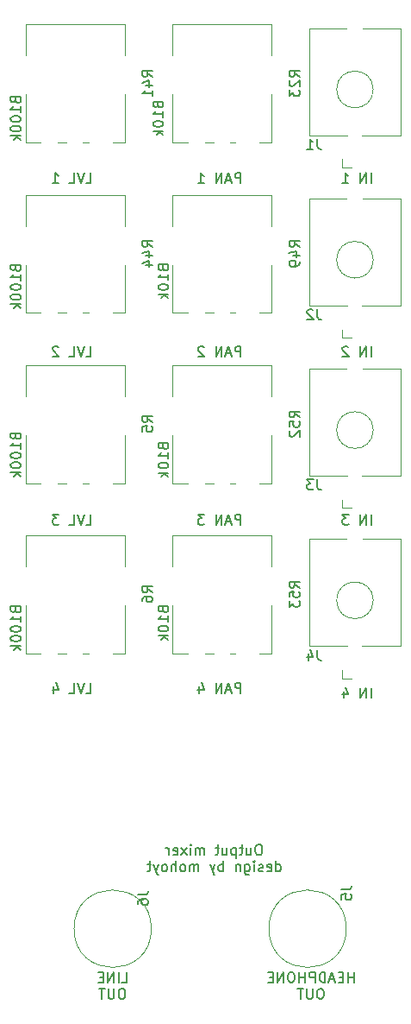
<source format=gbr>
%TF.GenerationSoftware,KiCad,Pcbnew,7.0.2-0*%
%TF.CreationDate,2023-12-08T13:33:26+01:00*%
%TF.ProjectId,output_mixer,6f757470-7574-45f6-9d69-7865722e6b69,rev?*%
%TF.SameCoordinates,Original*%
%TF.FileFunction,Legend,Bot*%
%TF.FilePolarity,Positive*%
%FSLAX46Y46*%
G04 Gerber Fmt 4.6, Leading zero omitted, Abs format (unit mm)*
G04 Created by KiCad (PCBNEW 7.0.2-0) date 2023-12-08 13:33:26*
%MOMM*%
%LPD*%
G01*
G04 APERTURE LIST*
G04 Aperture macros list*
%AMFreePoly0*
4,1,15,-1.750000,0.787500,-1.743339,0.820985,-1.724372,0.849372,-1.695985,0.868339,-1.662500,0.875000,1.662500,0.875000,1.695985,0.868339,1.724372,0.849372,1.743339,0.820985,1.750000,0.787500,1.750000,0.000000,0.875000,-0.875000,-0.875000,-0.875000,-1.750000,0.000000,-1.750000,0.787500,-1.750000,0.787500,$1*%
%AMFreePoly1*
4,1,15,-1.750000,0.000000,-0.875000,0.875000,0.875000,0.875000,1.750000,0.000000,1.750000,-0.770000,1.742007,-0.810182,1.719246,-0.844246,1.685182,-0.867007,1.645000,-0.875000,-1.645000,-0.875000,-1.685182,-0.867007,-1.719246,-0.844246,-1.742007,-0.810182,-1.750000,-0.770000,-1.750000,0.000000,-1.750000,0.000000,$1*%
%AMFreePoly2*
4,1,15,-1.750000,0.000000,-0.875000,0.875000,0.875000,0.875000,1.750000,0.000000,1.750000,-0.787500,1.743339,-0.820985,1.724372,-0.849372,1.695985,-0.868339,1.662500,-0.875000,-1.662500,-0.875000,-1.695985,-0.868339,-1.724372,-0.849372,-1.743339,-0.820985,-1.750000,-0.787500,-1.750000,0.000000,-1.750000,0.000000,$1*%
G04 Aperture macros list end*
%ADD10C,0.150000*%
%ADD11C,0.120000*%
%ADD12C,0.100000*%
%ADD13C,1.600000*%
%ADD14O,1.600000X1.600000*%
%ADD15C,2.500000*%
%ADD16R,1.700000X1.700000*%
%ADD17O,1.700000X1.700000*%
%ADD18R,1.800000X1.800000*%
%ADD19O,1.800000X1.800000*%
%ADD20R,1.600000X1.600000*%
%ADD21O,2.720000X3.240000*%
%ADD22C,1.800000*%
%ADD23R,1.930000X1.830000*%
%ADD24C,2.130000*%
%ADD25FreePoly0,270.000000*%
%ADD26FreePoly1,180.000000*%
%ADD27FreePoly2,270.000000*%
G04 APERTURE END LIST*
D10*
X261952381Y-97257619D02*
X261761905Y-97257619D01*
X261761905Y-97257619D02*
X261666667Y-97305238D01*
X261666667Y-97305238D02*
X261571429Y-97400476D01*
X261571429Y-97400476D02*
X261523810Y-97590952D01*
X261523810Y-97590952D02*
X261523810Y-97924285D01*
X261523810Y-97924285D02*
X261571429Y-98114761D01*
X261571429Y-98114761D02*
X261666667Y-98210000D01*
X261666667Y-98210000D02*
X261761905Y-98257619D01*
X261761905Y-98257619D02*
X261952381Y-98257619D01*
X261952381Y-98257619D02*
X262047619Y-98210000D01*
X262047619Y-98210000D02*
X262142857Y-98114761D01*
X262142857Y-98114761D02*
X262190476Y-97924285D01*
X262190476Y-97924285D02*
X262190476Y-97590952D01*
X262190476Y-97590952D02*
X262142857Y-97400476D01*
X262142857Y-97400476D02*
X262047619Y-97305238D01*
X262047619Y-97305238D02*
X261952381Y-97257619D01*
X260666667Y-97590952D02*
X260666667Y-98257619D01*
X261095238Y-97590952D02*
X261095238Y-98114761D01*
X261095238Y-98114761D02*
X261047619Y-98210000D01*
X261047619Y-98210000D02*
X260952381Y-98257619D01*
X260952381Y-98257619D02*
X260809524Y-98257619D01*
X260809524Y-98257619D02*
X260714286Y-98210000D01*
X260714286Y-98210000D02*
X260666667Y-98162380D01*
X260333333Y-97590952D02*
X259952381Y-97590952D01*
X260190476Y-97257619D02*
X260190476Y-98114761D01*
X260190476Y-98114761D02*
X260142857Y-98210000D01*
X260142857Y-98210000D02*
X260047619Y-98257619D01*
X260047619Y-98257619D02*
X259952381Y-98257619D01*
X259619047Y-97590952D02*
X259619047Y-98590952D01*
X259619047Y-97638571D02*
X259523809Y-97590952D01*
X259523809Y-97590952D02*
X259333333Y-97590952D01*
X259333333Y-97590952D02*
X259238095Y-97638571D01*
X259238095Y-97638571D02*
X259190476Y-97686190D01*
X259190476Y-97686190D02*
X259142857Y-97781428D01*
X259142857Y-97781428D02*
X259142857Y-98067142D01*
X259142857Y-98067142D02*
X259190476Y-98162380D01*
X259190476Y-98162380D02*
X259238095Y-98210000D01*
X259238095Y-98210000D02*
X259333333Y-98257619D01*
X259333333Y-98257619D02*
X259523809Y-98257619D01*
X259523809Y-98257619D02*
X259619047Y-98210000D01*
X258285714Y-97590952D02*
X258285714Y-98257619D01*
X258714285Y-97590952D02*
X258714285Y-98114761D01*
X258714285Y-98114761D02*
X258666666Y-98210000D01*
X258666666Y-98210000D02*
X258571428Y-98257619D01*
X258571428Y-98257619D02*
X258428571Y-98257619D01*
X258428571Y-98257619D02*
X258333333Y-98210000D01*
X258333333Y-98210000D02*
X258285714Y-98162380D01*
X257952380Y-97590952D02*
X257571428Y-97590952D01*
X257809523Y-97257619D02*
X257809523Y-98114761D01*
X257809523Y-98114761D02*
X257761904Y-98210000D01*
X257761904Y-98210000D02*
X257666666Y-98257619D01*
X257666666Y-98257619D02*
X257571428Y-98257619D01*
X256476189Y-98257619D02*
X256476189Y-97590952D01*
X256476189Y-97686190D02*
X256428570Y-97638571D01*
X256428570Y-97638571D02*
X256333332Y-97590952D01*
X256333332Y-97590952D02*
X256190475Y-97590952D01*
X256190475Y-97590952D02*
X256095237Y-97638571D01*
X256095237Y-97638571D02*
X256047618Y-97733809D01*
X256047618Y-97733809D02*
X256047618Y-98257619D01*
X256047618Y-97733809D02*
X255999999Y-97638571D01*
X255999999Y-97638571D02*
X255904761Y-97590952D01*
X255904761Y-97590952D02*
X255761904Y-97590952D01*
X255761904Y-97590952D02*
X255666665Y-97638571D01*
X255666665Y-97638571D02*
X255619046Y-97733809D01*
X255619046Y-97733809D02*
X255619046Y-98257619D01*
X255142856Y-98257619D02*
X255142856Y-97590952D01*
X255142856Y-97257619D02*
X255190475Y-97305238D01*
X255190475Y-97305238D02*
X255142856Y-97352857D01*
X255142856Y-97352857D02*
X255095237Y-97305238D01*
X255095237Y-97305238D02*
X255142856Y-97257619D01*
X255142856Y-97257619D02*
X255142856Y-97352857D01*
X254761904Y-98257619D02*
X254238095Y-97590952D01*
X254761904Y-97590952D02*
X254238095Y-98257619D01*
X253476190Y-98210000D02*
X253571428Y-98257619D01*
X253571428Y-98257619D02*
X253761904Y-98257619D01*
X253761904Y-98257619D02*
X253857142Y-98210000D01*
X253857142Y-98210000D02*
X253904761Y-98114761D01*
X253904761Y-98114761D02*
X253904761Y-97733809D01*
X253904761Y-97733809D02*
X253857142Y-97638571D01*
X253857142Y-97638571D02*
X253761904Y-97590952D01*
X253761904Y-97590952D02*
X253571428Y-97590952D01*
X253571428Y-97590952D02*
X253476190Y-97638571D01*
X253476190Y-97638571D02*
X253428571Y-97733809D01*
X253428571Y-97733809D02*
X253428571Y-97829047D01*
X253428571Y-97829047D02*
X253904761Y-97924285D01*
X252999999Y-98257619D02*
X252999999Y-97590952D01*
X252999999Y-97781428D02*
X252952380Y-97686190D01*
X252952380Y-97686190D02*
X252904761Y-97638571D01*
X252904761Y-97638571D02*
X252809523Y-97590952D01*
X252809523Y-97590952D02*
X252714285Y-97590952D01*
X263547619Y-99877619D02*
X263547619Y-98877619D01*
X263547619Y-99830000D02*
X263642857Y-99877619D01*
X263642857Y-99877619D02*
X263833333Y-99877619D01*
X263833333Y-99877619D02*
X263928571Y-99830000D01*
X263928571Y-99830000D02*
X263976190Y-99782380D01*
X263976190Y-99782380D02*
X264023809Y-99687142D01*
X264023809Y-99687142D02*
X264023809Y-99401428D01*
X264023809Y-99401428D02*
X263976190Y-99306190D01*
X263976190Y-99306190D02*
X263928571Y-99258571D01*
X263928571Y-99258571D02*
X263833333Y-99210952D01*
X263833333Y-99210952D02*
X263642857Y-99210952D01*
X263642857Y-99210952D02*
X263547619Y-99258571D01*
X262690476Y-99830000D02*
X262785714Y-99877619D01*
X262785714Y-99877619D02*
X262976190Y-99877619D01*
X262976190Y-99877619D02*
X263071428Y-99830000D01*
X263071428Y-99830000D02*
X263119047Y-99734761D01*
X263119047Y-99734761D02*
X263119047Y-99353809D01*
X263119047Y-99353809D02*
X263071428Y-99258571D01*
X263071428Y-99258571D02*
X262976190Y-99210952D01*
X262976190Y-99210952D02*
X262785714Y-99210952D01*
X262785714Y-99210952D02*
X262690476Y-99258571D01*
X262690476Y-99258571D02*
X262642857Y-99353809D01*
X262642857Y-99353809D02*
X262642857Y-99449047D01*
X262642857Y-99449047D02*
X263119047Y-99544285D01*
X262261904Y-99830000D02*
X262166666Y-99877619D01*
X262166666Y-99877619D02*
X261976190Y-99877619D01*
X261976190Y-99877619D02*
X261880952Y-99830000D01*
X261880952Y-99830000D02*
X261833333Y-99734761D01*
X261833333Y-99734761D02*
X261833333Y-99687142D01*
X261833333Y-99687142D02*
X261880952Y-99591904D01*
X261880952Y-99591904D02*
X261976190Y-99544285D01*
X261976190Y-99544285D02*
X262119047Y-99544285D01*
X262119047Y-99544285D02*
X262214285Y-99496666D01*
X262214285Y-99496666D02*
X262261904Y-99401428D01*
X262261904Y-99401428D02*
X262261904Y-99353809D01*
X262261904Y-99353809D02*
X262214285Y-99258571D01*
X262214285Y-99258571D02*
X262119047Y-99210952D01*
X262119047Y-99210952D02*
X261976190Y-99210952D01*
X261976190Y-99210952D02*
X261880952Y-99258571D01*
X261404761Y-99877619D02*
X261404761Y-99210952D01*
X261404761Y-98877619D02*
X261452380Y-98925238D01*
X261452380Y-98925238D02*
X261404761Y-98972857D01*
X261404761Y-98972857D02*
X261357142Y-98925238D01*
X261357142Y-98925238D02*
X261404761Y-98877619D01*
X261404761Y-98877619D02*
X261404761Y-98972857D01*
X260500000Y-99210952D02*
X260500000Y-100020476D01*
X260500000Y-100020476D02*
X260547619Y-100115714D01*
X260547619Y-100115714D02*
X260595238Y-100163333D01*
X260595238Y-100163333D02*
X260690476Y-100210952D01*
X260690476Y-100210952D02*
X260833333Y-100210952D01*
X260833333Y-100210952D02*
X260928571Y-100163333D01*
X260500000Y-99830000D02*
X260595238Y-99877619D01*
X260595238Y-99877619D02*
X260785714Y-99877619D01*
X260785714Y-99877619D02*
X260880952Y-99830000D01*
X260880952Y-99830000D02*
X260928571Y-99782380D01*
X260928571Y-99782380D02*
X260976190Y-99687142D01*
X260976190Y-99687142D02*
X260976190Y-99401428D01*
X260976190Y-99401428D02*
X260928571Y-99306190D01*
X260928571Y-99306190D02*
X260880952Y-99258571D01*
X260880952Y-99258571D02*
X260785714Y-99210952D01*
X260785714Y-99210952D02*
X260595238Y-99210952D01*
X260595238Y-99210952D02*
X260500000Y-99258571D01*
X260023809Y-99210952D02*
X260023809Y-99877619D01*
X260023809Y-99306190D02*
X259976190Y-99258571D01*
X259976190Y-99258571D02*
X259880952Y-99210952D01*
X259880952Y-99210952D02*
X259738095Y-99210952D01*
X259738095Y-99210952D02*
X259642857Y-99258571D01*
X259642857Y-99258571D02*
X259595238Y-99353809D01*
X259595238Y-99353809D02*
X259595238Y-99877619D01*
X258357142Y-99877619D02*
X258357142Y-98877619D01*
X258357142Y-99258571D02*
X258261904Y-99210952D01*
X258261904Y-99210952D02*
X258071428Y-99210952D01*
X258071428Y-99210952D02*
X257976190Y-99258571D01*
X257976190Y-99258571D02*
X257928571Y-99306190D01*
X257928571Y-99306190D02*
X257880952Y-99401428D01*
X257880952Y-99401428D02*
X257880952Y-99687142D01*
X257880952Y-99687142D02*
X257928571Y-99782380D01*
X257928571Y-99782380D02*
X257976190Y-99830000D01*
X257976190Y-99830000D02*
X258071428Y-99877619D01*
X258071428Y-99877619D02*
X258261904Y-99877619D01*
X258261904Y-99877619D02*
X258357142Y-99830000D01*
X257547618Y-99210952D02*
X257309523Y-99877619D01*
X257071428Y-99210952D02*
X257309523Y-99877619D01*
X257309523Y-99877619D02*
X257404761Y-100115714D01*
X257404761Y-100115714D02*
X257452380Y-100163333D01*
X257452380Y-100163333D02*
X257547618Y-100210952D01*
X255928570Y-99877619D02*
X255928570Y-99210952D01*
X255928570Y-99306190D02*
X255880951Y-99258571D01*
X255880951Y-99258571D02*
X255785713Y-99210952D01*
X255785713Y-99210952D02*
X255642856Y-99210952D01*
X255642856Y-99210952D02*
X255547618Y-99258571D01*
X255547618Y-99258571D02*
X255499999Y-99353809D01*
X255499999Y-99353809D02*
X255499999Y-99877619D01*
X255499999Y-99353809D02*
X255452380Y-99258571D01*
X255452380Y-99258571D02*
X255357142Y-99210952D01*
X255357142Y-99210952D02*
X255214285Y-99210952D01*
X255214285Y-99210952D02*
X255119046Y-99258571D01*
X255119046Y-99258571D02*
X255071427Y-99353809D01*
X255071427Y-99353809D02*
X255071427Y-99877619D01*
X254452380Y-99877619D02*
X254547618Y-99830000D01*
X254547618Y-99830000D02*
X254595237Y-99782380D01*
X254595237Y-99782380D02*
X254642856Y-99687142D01*
X254642856Y-99687142D02*
X254642856Y-99401428D01*
X254642856Y-99401428D02*
X254595237Y-99306190D01*
X254595237Y-99306190D02*
X254547618Y-99258571D01*
X254547618Y-99258571D02*
X254452380Y-99210952D01*
X254452380Y-99210952D02*
X254309523Y-99210952D01*
X254309523Y-99210952D02*
X254214285Y-99258571D01*
X254214285Y-99258571D02*
X254166666Y-99306190D01*
X254166666Y-99306190D02*
X254119047Y-99401428D01*
X254119047Y-99401428D02*
X254119047Y-99687142D01*
X254119047Y-99687142D02*
X254166666Y-99782380D01*
X254166666Y-99782380D02*
X254214285Y-99830000D01*
X254214285Y-99830000D02*
X254309523Y-99877619D01*
X254309523Y-99877619D02*
X254452380Y-99877619D01*
X253690475Y-99877619D02*
X253690475Y-98877619D01*
X253261904Y-99877619D02*
X253261904Y-99353809D01*
X253261904Y-99353809D02*
X253309523Y-99258571D01*
X253309523Y-99258571D02*
X253404761Y-99210952D01*
X253404761Y-99210952D02*
X253547618Y-99210952D01*
X253547618Y-99210952D02*
X253642856Y-99258571D01*
X253642856Y-99258571D02*
X253690475Y-99306190D01*
X252642856Y-99877619D02*
X252738094Y-99830000D01*
X252738094Y-99830000D02*
X252785713Y-99782380D01*
X252785713Y-99782380D02*
X252833332Y-99687142D01*
X252833332Y-99687142D02*
X252833332Y-99401428D01*
X252833332Y-99401428D02*
X252785713Y-99306190D01*
X252785713Y-99306190D02*
X252738094Y-99258571D01*
X252738094Y-99258571D02*
X252642856Y-99210952D01*
X252642856Y-99210952D02*
X252499999Y-99210952D01*
X252499999Y-99210952D02*
X252404761Y-99258571D01*
X252404761Y-99258571D02*
X252357142Y-99306190D01*
X252357142Y-99306190D02*
X252309523Y-99401428D01*
X252309523Y-99401428D02*
X252309523Y-99687142D01*
X252309523Y-99687142D02*
X252357142Y-99782380D01*
X252357142Y-99782380D02*
X252404761Y-99830000D01*
X252404761Y-99830000D02*
X252499999Y-99877619D01*
X252499999Y-99877619D02*
X252642856Y-99877619D01*
X251976189Y-99210952D02*
X251738094Y-99877619D01*
X251499999Y-99210952D02*
X251738094Y-99877619D01*
X251738094Y-99877619D02*
X251833332Y-100115714D01*
X251833332Y-100115714D02*
X251880951Y-100163333D01*
X251880951Y-100163333D02*
X251976189Y-100210952D01*
X251261903Y-99210952D02*
X250880951Y-99210952D01*
X251119046Y-98877619D02*
X251119046Y-99734761D01*
X251119046Y-99734761D02*
X251071427Y-99830000D01*
X251071427Y-99830000D02*
X250976189Y-99877619D01*
X250976189Y-99877619D02*
X250880951Y-99877619D01*
X244880952Y-82377619D02*
X245357142Y-82377619D01*
X245357142Y-82377619D02*
X245357142Y-81377619D01*
X244690475Y-81377619D02*
X244357142Y-82377619D01*
X244357142Y-82377619D02*
X244023809Y-81377619D01*
X243214285Y-82377619D02*
X243690475Y-82377619D01*
X243690475Y-82377619D02*
X243690475Y-81377619D01*
X241690475Y-81710952D02*
X241690475Y-82377619D01*
X241928570Y-81330000D02*
X242166665Y-82044285D01*
X242166665Y-82044285D02*
X241547618Y-82044285D01*
X260071428Y-82377619D02*
X260071428Y-81377619D01*
X260071428Y-81377619D02*
X259690476Y-81377619D01*
X259690476Y-81377619D02*
X259595238Y-81425238D01*
X259595238Y-81425238D02*
X259547619Y-81472857D01*
X259547619Y-81472857D02*
X259500000Y-81568095D01*
X259500000Y-81568095D02*
X259500000Y-81710952D01*
X259500000Y-81710952D02*
X259547619Y-81806190D01*
X259547619Y-81806190D02*
X259595238Y-81853809D01*
X259595238Y-81853809D02*
X259690476Y-81901428D01*
X259690476Y-81901428D02*
X260071428Y-81901428D01*
X259119047Y-82091904D02*
X258642857Y-82091904D01*
X259214285Y-82377619D02*
X258880952Y-81377619D01*
X258880952Y-81377619D02*
X258547619Y-82377619D01*
X258214285Y-82377619D02*
X258214285Y-81377619D01*
X258214285Y-81377619D02*
X257642857Y-82377619D01*
X257642857Y-82377619D02*
X257642857Y-81377619D01*
X255976190Y-81710952D02*
X255976190Y-82377619D01*
X256214285Y-81330000D02*
X256452380Y-82044285D01*
X256452380Y-82044285D02*
X255833333Y-82044285D01*
X260071428Y-49377619D02*
X260071428Y-48377619D01*
X260071428Y-48377619D02*
X259690476Y-48377619D01*
X259690476Y-48377619D02*
X259595238Y-48425238D01*
X259595238Y-48425238D02*
X259547619Y-48472857D01*
X259547619Y-48472857D02*
X259500000Y-48568095D01*
X259500000Y-48568095D02*
X259500000Y-48710952D01*
X259500000Y-48710952D02*
X259547619Y-48806190D01*
X259547619Y-48806190D02*
X259595238Y-48853809D01*
X259595238Y-48853809D02*
X259690476Y-48901428D01*
X259690476Y-48901428D02*
X260071428Y-48901428D01*
X259119047Y-49091904D02*
X258642857Y-49091904D01*
X259214285Y-49377619D02*
X258880952Y-48377619D01*
X258880952Y-48377619D02*
X258547619Y-49377619D01*
X258214285Y-49377619D02*
X258214285Y-48377619D01*
X258214285Y-48377619D02*
X257642857Y-49377619D01*
X257642857Y-49377619D02*
X257642857Y-48377619D01*
X256452380Y-48472857D02*
X256404761Y-48425238D01*
X256404761Y-48425238D02*
X256309523Y-48377619D01*
X256309523Y-48377619D02*
X256071428Y-48377619D01*
X256071428Y-48377619D02*
X255976190Y-48425238D01*
X255976190Y-48425238D02*
X255928571Y-48472857D01*
X255928571Y-48472857D02*
X255880952Y-48568095D01*
X255880952Y-48568095D02*
X255880952Y-48663333D01*
X255880952Y-48663333D02*
X255928571Y-48806190D01*
X255928571Y-48806190D02*
X256499999Y-49377619D01*
X256499999Y-49377619D02*
X255880952Y-49377619D01*
X248404761Y-110757619D02*
X248880951Y-110757619D01*
X248880951Y-110757619D02*
X248880951Y-109757619D01*
X248071427Y-110757619D02*
X248071427Y-109757619D01*
X247595237Y-110757619D02*
X247595237Y-109757619D01*
X247595237Y-109757619D02*
X247023809Y-110757619D01*
X247023809Y-110757619D02*
X247023809Y-109757619D01*
X246547618Y-110233809D02*
X246214285Y-110233809D01*
X246071428Y-110757619D02*
X246547618Y-110757619D01*
X246547618Y-110757619D02*
X246547618Y-109757619D01*
X246547618Y-109757619D02*
X246071428Y-109757619D01*
X248499999Y-111377619D02*
X248309523Y-111377619D01*
X248309523Y-111377619D02*
X248214285Y-111425238D01*
X248214285Y-111425238D02*
X248119047Y-111520476D01*
X248119047Y-111520476D02*
X248071428Y-111710952D01*
X248071428Y-111710952D02*
X248071428Y-112044285D01*
X248071428Y-112044285D02*
X248119047Y-112234761D01*
X248119047Y-112234761D02*
X248214285Y-112330000D01*
X248214285Y-112330000D02*
X248309523Y-112377619D01*
X248309523Y-112377619D02*
X248499999Y-112377619D01*
X248499999Y-112377619D02*
X248595237Y-112330000D01*
X248595237Y-112330000D02*
X248690475Y-112234761D01*
X248690475Y-112234761D02*
X248738094Y-112044285D01*
X248738094Y-112044285D02*
X248738094Y-111710952D01*
X248738094Y-111710952D02*
X248690475Y-111520476D01*
X248690475Y-111520476D02*
X248595237Y-111425238D01*
X248595237Y-111425238D02*
X248499999Y-111377619D01*
X247642856Y-111377619D02*
X247642856Y-112187142D01*
X247642856Y-112187142D02*
X247595237Y-112282380D01*
X247595237Y-112282380D02*
X247547618Y-112330000D01*
X247547618Y-112330000D02*
X247452380Y-112377619D01*
X247452380Y-112377619D02*
X247261904Y-112377619D01*
X247261904Y-112377619D02*
X247166666Y-112330000D01*
X247166666Y-112330000D02*
X247119047Y-112282380D01*
X247119047Y-112282380D02*
X247071428Y-112187142D01*
X247071428Y-112187142D02*
X247071428Y-111377619D01*
X246738094Y-111377619D02*
X246166666Y-111377619D01*
X246452380Y-112377619D02*
X246452380Y-111377619D01*
X260071428Y-32377619D02*
X260071428Y-31377619D01*
X260071428Y-31377619D02*
X259690476Y-31377619D01*
X259690476Y-31377619D02*
X259595238Y-31425238D01*
X259595238Y-31425238D02*
X259547619Y-31472857D01*
X259547619Y-31472857D02*
X259500000Y-31568095D01*
X259500000Y-31568095D02*
X259500000Y-31710952D01*
X259500000Y-31710952D02*
X259547619Y-31806190D01*
X259547619Y-31806190D02*
X259595238Y-31853809D01*
X259595238Y-31853809D02*
X259690476Y-31901428D01*
X259690476Y-31901428D02*
X260071428Y-31901428D01*
X259119047Y-32091904D02*
X258642857Y-32091904D01*
X259214285Y-32377619D02*
X258880952Y-31377619D01*
X258880952Y-31377619D02*
X258547619Y-32377619D01*
X258214285Y-32377619D02*
X258214285Y-31377619D01*
X258214285Y-31377619D02*
X257642857Y-32377619D01*
X257642857Y-32377619D02*
X257642857Y-31377619D01*
X255880952Y-32377619D02*
X256452380Y-32377619D01*
X256166666Y-32377619D02*
X256166666Y-31377619D01*
X256166666Y-31377619D02*
X256261904Y-31520476D01*
X256261904Y-31520476D02*
X256357142Y-31615714D01*
X256357142Y-31615714D02*
X256452380Y-31663333D01*
X244880952Y-49377619D02*
X245357142Y-49377619D01*
X245357142Y-49377619D02*
X245357142Y-48377619D01*
X244690475Y-48377619D02*
X244357142Y-49377619D01*
X244357142Y-49377619D02*
X244023809Y-48377619D01*
X243214285Y-49377619D02*
X243690475Y-49377619D01*
X243690475Y-49377619D02*
X243690475Y-48377619D01*
X242166665Y-48472857D02*
X242119046Y-48425238D01*
X242119046Y-48425238D02*
X242023808Y-48377619D01*
X242023808Y-48377619D02*
X241785713Y-48377619D01*
X241785713Y-48377619D02*
X241690475Y-48425238D01*
X241690475Y-48425238D02*
X241642856Y-48472857D01*
X241642856Y-48472857D02*
X241595237Y-48568095D01*
X241595237Y-48568095D02*
X241595237Y-48663333D01*
X241595237Y-48663333D02*
X241642856Y-48806190D01*
X241642856Y-48806190D02*
X242214284Y-49377619D01*
X242214284Y-49377619D02*
X241595237Y-49377619D01*
X272880951Y-49377619D02*
X272880951Y-48377619D01*
X272404761Y-49377619D02*
X272404761Y-48377619D01*
X272404761Y-48377619D02*
X271833333Y-49377619D01*
X271833333Y-49377619D02*
X271833333Y-48377619D01*
X270642856Y-48472857D02*
X270595237Y-48425238D01*
X270595237Y-48425238D02*
X270499999Y-48377619D01*
X270499999Y-48377619D02*
X270261904Y-48377619D01*
X270261904Y-48377619D02*
X270166666Y-48425238D01*
X270166666Y-48425238D02*
X270119047Y-48472857D01*
X270119047Y-48472857D02*
X270071428Y-48568095D01*
X270071428Y-48568095D02*
X270071428Y-48663333D01*
X270071428Y-48663333D02*
X270119047Y-48806190D01*
X270119047Y-48806190D02*
X270690475Y-49377619D01*
X270690475Y-49377619D02*
X270071428Y-49377619D01*
X271190475Y-110757619D02*
X271190475Y-109757619D01*
X271190475Y-110233809D02*
X270619047Y-110233809D01*
X270619047Y-110757619D02*
X270619047Y-109757619D01*
X270142856Y-110233809D02*
X269809523Y-110233809D01*
X269666666Y-110757619D02*
X270142856Y-110757619D01*
X270142856Y-110757619D02*
X270142856Y-109757619D01*
X270142856Y-109757619D02*
X269666666Y-109757619D01*
X269285713Y-110471904D02*
X268809523Y-110471904D01*
X269380951Y-110757619D02*
X269047618Y-109757619D01*
X269047618Y-109757619D02*
X268714285Y-110757619D01*
X268380951Y-110757619D02*
X268380951Y-109757619D01*
X268380951Y-109757619D02*
X268142856Y-109757619D01*
X268142856Y-109757619D02*
X267999999Y-109805238D01*
X267999999Y-109805238D02*
X267904761Y-109900476D01*
X267904761Y-109900476D02*
X267857142Y-109995714D01*
X267857142Y-109995714D02*
X267809523Y-110186190D01*
X267809523Y-110186190D02*
X267809523Y-110329047D01*
X267809523Y-110329047D02*
X267857142Y-110519523D01*
X267857142Y-110519523D02*
X267904761Y-110614761D01*
X267904761Y-110614761D02*
X267999999Y-110710000D01*
X267999999Y-110710000D02*
X268142856Y-110757619D01*
X268142856Y-110757619D02*
X268380951Y-110757619D01*
X267380951Y-110757619D02*
X267380951Y-109757619D01*
X267380951Y-109757619D02*
X266999999Y-109757619D01*
X266999999Y-109757619D02*
X266904761Y-109805238D01*
X266904761Y-109805238D02*
X266857142Y-109852857D01*
X266857142Y-109852857D02*
X266809523Y-109948095D01*
X266809523Y-109948095D02*
X266809523Y-110090952D01*
X266809523Y-110090952D02*
X266857142Y-110186190D01*
X266857142Y-110186190D02*
X266904761Y-110233809D01*
X266904761Y-110233809D02*
X266999999Y-110281428D01*
X266999999Y-110281428D02*
X267380951Y-110281428D01*
X266380951Y-110757619D02*
X266380951Y-109757619D01*
X266380951Y-110233809D02*
X265809523Y-110233809D01*
X265809523Y-110757619D02*
X265809523Y-109757619D01*
X265142856Y-109757619D02*
X264952380Y-109757619D01*
X264952380Y-109757619D02*
X264857142Y-109805238D01*
X264857142Y-109805238D02*
X264761904Y-109900476D01*
X264761904Y-109900476D02*
X264714285Y-110090952D01*
X264714285Y-110090952D02*
X264714285Y-110424285D01*
X264714285Y-110424285D02*
X264761904Y-110614761D01*
X264761904Y-110614761D02*
X264857142Y-110710000D01*
X264857142Y-110710000D02*
X264952380Y-110757619D01*
X264952380Y-110757619D02*
X265142856Y-110757619D01*
X265142856Y-110757619D02*
X265238094Y-110710000D01*
X265238094Y-110710000D02*
X265333332Y-110614761D01*
X265333332Y-110614761D02*
X265380951Y-110424285D01*
X265380951Y-110424285D02*
X265380951Y-110090952D01*
X265380951Y-110090952D02*
X265333332Y-109900476D01*
X265333332Y-109900476D02*
X265238094Y-109805238D01*
X265238094Y-109805238D02*
X265142856Y-109757619D01*
X264285713Y-110757619D02*
X264285713Y-109757619D01*
X264285713Y-109757619D02*
X263714285Y-110757619D01*
X263714285Y-110757619D02*
X263714285Y-109757619D01*
X263238094Y-110233809D02*
X262904761Y-110233809D01*
X262761904Y-110757619D02*
X263238094Y-110757619D01*
X263238094Y-110757619D02*
X263238094Y-109757619D01*
X263238094Y-109757619D02*
X262761904Y-109757619D01*
X267999999Y-111377619D02*
X267809523Y-111377619D01*
X267809523Y-111377619D02*
X267714285Y-111425238D01*
X267714285Y-111425238D02*
X267619047Y-111520476D01*
X267619047Y-111520476D02*
X267571428Y-111710952D01*
X267571428Y-111710952D02*
X267571428Y-112044285D01*
X267571428Y-112044285D02*
X267619047Y-112234761D01*
X267619047Y-112234761D02*
X267714285Y-112330000D01*
X267714285Y-112330000D02*
X267809523Y-112377619D01*
X267809523Y-112377619D02*
X267999999Y-112377619D01*
X267999999Y-112377619D02*
X268095237Y-112330000D01*
X268095237Y-112330000D02*
X268190475Y-112234761D01*
X268190475Y-112234761D02*
X268238094Y-112044285D01*
X268238094Y-112044285D02*
X268238094Y-111710952D01*
X268238094Y-111710952D02*
X268190475Y-111520476D01*
X268190475Y-111520476D02*
X268095237Y-111425238D01*
X268095237Y-111425238D02*
X267999999Y-111377619D01*
X267142856Y-111377619D02*
X267142856Y-112187142D01*
X267142856Y-112187142D02*
X267095237Y-112282380D01*
X267095237Y-112282380D02*
X267047618Y-112330000D01*
X267047618Y-112330000D02*
X266952380Y-112377619D01*
X266952380Y-112377619D02*
X266761904Y-112377619D01*
X266761904Y-112377619D02*
X266666666Y-112330000D01*
X266666666Y-112330000D02*
X266619047Y-112282380D01*
X266619047Y-112282380D02*
X266571428Y-112187142D01*
X266571428Y-112187142D02*
X266571428Y-111377619D01*
X266238094Y-111377619D02*
X265666666Y-111377619D01*
X265952380Y-112377619D02*
X265952380Y-111377619D01*
X260071428Y-65877619D02*
X260071428Y-64877619D01*
X260071428Y-64877619D02*
X259690476Y-64877619D01*
X259690476Y-64877619D02*
X259595238Y-64925238D01*
X259595238Y-64925238D02*
X259547619Y-64972857D01*
X259547619Y-64972857D02*
X259500000Y-65068095D01*
X259500000Y-65068095D02*
X259500000Y-65210952D01*
X259500000Y-65210952D02*
X259547619Y-65306190D01*
X259547619Y-65306190D02*
X259595238Y-65353809D01*
X259595238Y-65353809D02*
X259690476Y-65401428D01*
X259690476Y-65401428D02*
X260071428Y-65401428D01*
X259119047Y-65591904D02*
X258642857Y-65591904D01*
X259214285Y-65877619D02*
X258880952Y-64877619D01*
X258880952Y-64877619D02*
X258547619Y-65877619D01*
X258214285Y-65877619D02*
X258214285Y-64877619D01*
X258214285Y-64877619D02*
X257642857Y-65877619D01*
X257642857Y-65877619D02*
X257642857Y-64877619D01*
X256499999Y-64877619D02*
X255880952Y-64877619D01*
X255880952Y-64877619D02*
X256214285Y-65258571D01*
X256214285Y-65258571D02*
X256071428Y-65258571D01*
X256071428Y-65258571D02*
X255976190Y-65306190D01*
X255976190Y-65306190D02*
X255928571Y-65353809D01*
X255928571Y-65353809D02*
X255880952Y-65449047D01*
X255880952Y-65449047D02*
X255880952Y-65687142D01*
X255880952Y-65687142D02*
X255928571Y-65782380D01*
X255928571Y-65782380D02*
X255976190Y-65830000D01*
X255976190Y-65830000D02*
X256071428Y-65877619D01*
X256071428Y-65877619D02*
X256357142Y-65877619D01*
X256357142Y-65877619D02*
X256452380Y-65830000D01*
X256452380Y-65830000D02*
X256499999Y-65782380D01*
X272880951Y-65877619D02*
X272880951Y-64877619D01*
X272404761Y-65877619D02*
X272404761Y-64877619D01*
X272404761Y-64877619D02*
X271833333Y-65877619D01*
X271833333Y-65877619D02*
X271833333Y-64877619D01*
X270690475Y-64877619D02*
X270071428Y-64877619D01*
X270071428Y-64877619D02*
X270404761Y-65258571D01*
X270404761Y-65258571D02*
X270261904Y-65258571D01*
X270261904Y-65258571D02*
X270166666Y-65306190D01*
X270166666Y-65306190D02*
X270119047Y-65353809D01*
X270119047Y-65353809D02*
X270071428Y-65449047D01*
X270071428Y-65449047D02*
X270071428Y-65687142D01*
X270071428Y-65687142D02*
X270119047Y-65782380D01*
X270119047Y-65782380D02*
X270166666Y-65830000D01*
X270166666Y-65830000D02*
X270261904Y-65877619D01*
X270261904Y-65877619D02*
X270547618Y-65877619D01*
X270547618Y-65877619D02*
X270642856Y-65830000D01*
X270642856Y-65830000D02*
X270690475Y-65782380D01*
X272880951Y-32377619D02*
X272880951Y-31377619D01*
X272404761Y-32377619D02*
X272404761Y-31377619D01*
X272404761Y-31377619D02*
X271833333Y-32377619D01*
X271833333Y-32377619D02*
X271833333Y-31377619D01*
X270071428Y-32377619D02*
X270642856Y-32377619D01*
X270357142Y-32377619D02*
X270357142Y-31377619D01*
X270357142Y-31377619D02*
X270452380Y-31520476D01*
X270452380Y-31520476D02*
X270547618Y-31615714D01*
X270547618Y-31615714D02*
X270642856Y-31663333D01*
X244880952Y-32377619D02*
X245357142Y-32377619D01*
X245357142Y-32377619D02*
X245357142Y-31377619D01*
X244690475Y-31377619D02*
X244357142Y-32377619D01*
X244357142Y-32377619D02*
X244023809Y-31377619D01*
X243214285Y-32377619D02*
X243690475Y-32377619D01*
X243690475Y-32377619D02*
X243690475Y-31377619D01*
X241595237Y-32377619D02*
X242166665Y-32377619D01*
X241880951Y-32377619D02*
X241880951Y-31377619D01*
X241880951Y-31377619D02*
X241976189Y-31520476D01*
X241976189Y-31520476D02*
X242071427Y-31615714D01*
X242071427Y-31615714D02*
X242166665Y-31663333D01*
X244880952Y-65877619D02*
X245357142Y-65877619D01*
X245357142Y-65877619D02*
X245357142Y-64877619D01*
X244690475Y-64877619D02*
X244357142Y-65877619D01*
X244357142Y-65877619D02*
X244023809Y-64877619D01*
X243214285Y-65877619D02*
X243690475Y-65877619D01*
X243690475Y-65877619D02*
X243690475Y-64877619D01*
X242214284Y-64877619D02*
X241595237Y-64877619D01*
X241595237Y-64877619D02*
X241928570Y-65258571D01*
X241928570Y-65258571D02*
X241785713Y-65258571D01*
X241785713Y-65258571D02*
X241690475Y-65306190D01*
X241690475Y-65306190D02*
X241642856Y-65353809D01*
X241642856Y-65353809D02*
X241595237Y-65449047D01*
X241595237Y-65449047D02*
X241595237Y-65687142D01*
X241595237Y-65687142D02*
X241642856Y-65782380D01*
X241642856Y-65782380D02*
X241690475Y-65830000D01*
X241690475Y-65830000D02*
X241785713Y-65877619D01*
X241785713Y-65877619D02*
X242071427Y-65877619D01*
X242071427Y-65877619D02*
X242166665Y-65830000D01*
X242166665Y-65830000D02*
X242214284Y-65782380D01*
X272880951Y-82877619D02*
X272880951Y-81877619D01*
X272404761Y-82877619D02*
X272404761Y-81877619D01*
X272404761Y-81877619D02*
X271833333Y-82877619D01*
X271833333Y-82877619D02*
X271833333Y-81877619D01*
X270166666Y-82210952D02*
X270166666Y-82877619D01*
X270404761Y-81830000D02*
X270642856Y-82544285D01*
X270642856Y-82544285D02*
X270023809Y-82544285D01*
%TO.C,R44*%
X251402619Y-38647142D02*
X250926428Y-38313809D01*
X251402619Y-38075714D02*
X250402619Y-38075714D01*
X250402619Y-38075714D02*
X250402619Y-38456666D01*
X250402619Y-38456666D02*
X250450238Y-38551904D01*
X250450238Y-38551904D02*
X250497857Y-38599523D01*
X250497857Y-38599523D02*
X250593095Y-38647142D01*
X250593095Y-38647142D02*
X250735952Y-38647142D01*
X250735952Y-38647142D02*
X250831190Y-38599523D01*
X250831190Y-38599523D02*
X250878809Y-38551904D01*
X250878809Y-38551904D02*
X250926428Y-38456666D01*
X250926428Y-38456666D02*
X250926428Y-38075714D01*
X250735952Y-39504285D02*
X251402619Y-39504285D01*
X250355000Y-39266190D02*
X251069285Y-39028095D01*
X251069285Y-39028095D02*
X251069285Y-39647142D01*
X250735952Y-40456666D02*
X251402619Y-40456666D01*
X250355000Y-40218571D02*
X251069285Y-39980476D01*
X251069285Y-39980476D02*
X251069285Y-40599523D01*
X237938809Y-40738095D02*
X237986428Y-40880952D01*
X237986428Y-40880952D02*
X238034047Y-40928571D01*
X238034047Y-40928571D02*
X238129285Y-40976190D01*
X238129285Y-40976190D02*
X238272142Y-40976190D01*
X238272142Y-40976190D02*
X238367380Y-40928571D01*
X238367380Y-40928571D02*
X238415000Y-40880952D01*
X238415000Y-40880952D02*
X238462619Y-40785714D01*
X238462619Y-40785714D02*
X238462619Y-40404762D01*
X238462619Y-40404762D02*
X237462619Y-40404762D01*
X237462619Y-40404762D02*
X237462619Y-40738095D01*
X237462619Y-40738095D02*
X237510238Y-40833333D01*
X237510238Y-40833333D02*
X237557857Y-40880952D01*
X237557857Y-40880952D02*
X237653095Y-40928571D01*
X237653095Y-40928571D02*
X237748333Y-40928571D01*
X237748333Y-40928571D02*
X237843571Y-40880952D01*
X237843571Y-40880952D02*
X237891190Y-40833333D01*
X237891190Y-40833333D02*
X237938809Y-40738095D01*
X237938809Y-40738095D02*
X237938809Y-40404762D01*
X238462619Y-41928571D02*
X238462619Y-41357143D01*
X238462619Y-41642857D02*
X237462619Y-41642857D01*
X237462619Y-41642857D02*
X237605476Y-41547619D01*
X237605476Y-41547619D02*
X237700714Y-41452381D01*
X237700714Y-41452381D02*
X237748333Y-41357143D01*
X237462619Y-42547619D02*
X237462619Y-42642857D01*
X237462619Y-42642857D02*
X237510238Y-42738095D01*
X237510238Y-42738095D02*
X237557857Y-42785714D01*
X237557857Y-42785714D02*
X237653095Y-42833333D01*
X237653095Y-42833333D02*
X237843571Y-42880952D01*
X237843571Y-42880952D02*
X238081666Y-42880952D01*
X238081666Y-42880952D02*
X238272142Y-42833333D01*
X238272142Y-42833333D02*
X238367380Y-42785714D01*
X238367380Y-42785714D02*
X238415000Y-42738095D01*
X238415000Y-42738095D02*
X238462619Y-42642857D01*
X238462619Y-42642857D02*
X238462619Y-42547619D01*
X238462619Y-42547619D02*
X238415000Y-42452381D01*
X238415000Y-42452381D02*
X238367380Y-42404762D01*
X238367380Y-42404762D02*
X238272142Y-42357143D01*
X238272142Y-42357143D02*
X238081666Y-42309524D01*
X238081666Y-42309524D02*
X237843571Y-42309524D01*
X237843571Y-42309524D02*
X237653095Y-42357143D01*
X237653095Y-42357143D02*
X237557857Y-42404762D01*
X237557857Y-42404762D02*
X237510238Y-42452381D01*
X237510238Y-42452381D02*
X237462619Y-42547619D01*
X237462619Y-43500000D02*
X237462619Y-43595238D01*
X237462619Y-43595238D02*
X237510238Y-43690476D01*
X237510238Y-43690476D02*
X237557857Y-43738095D01*
X237557857Y-43738095D02*
X237653095Y-43785714D01*
X237653095Y-43785714D02*
X237843571Y-43833333D01*
X237843571Y-43833333D02*
X238081666Y-43833333D01*
X238081666Y-43833333D02*
X238272142Y-43785714D01*
X238272142Y-43785714D02*
X238367380Y-43738095D01*
X238367380Y-43738095D02*
X238415000Y-43690476D01*
X238415000Y-43690476D02*
X238462619Y-43595238D01*
X238462619Y-43595238D02*
X238462619Y-43500000D01*
X238462619Y-43500000D02*
X238415000Y-43404762D01*
X238415000Y-43404762D02*
X238367380Y-43357143D01*
X238367380Y-43357143D02*
X238272142Y-43309524D01*
X238272142Y-43309524D02*
X238081666Y-43261905D01*
X238081666Y-43261905D02*
X237843571Y-43261905D01*
X237843571Y-43261905D02*
X237653095Y-43309524D01*
X237653095Y-43309524D02*
X237557857Y-43357143D01*
X237557857Y-43357143D02*
X237510238Y-43404762D01*
X237510238Y-43404762D02*
X237462619Y-43500000D01*
X238462619Y-44261905D02*
X237462619Y-44261905D01*
X238081666Y-44357143D02*
X238462619Y-44642857D01*
X237795952Y-44642857D02*
X238176904Y-44261905D01*
%TO.C,R6*%
X251402619Y-72523333D02*
X250926428Y-72190000D01*
X251402619Y-71951905D02*
X250402619Y-71951905D01*
X250402619Y-71951905D02*
X250402619Y-72332857D01*
X250402619Y-72332857D02*
X250450238Y-72428095D01*
X250450238Y-72428095D02*
X250497857Y-72475714D01*
X250497857Y-72475714D02*
X250593095Y-72523333D01*
X250593095Y-72523333D02*
X250735952Y-72523333D01*
X250735952Y-72523333D02*
X250831190Y-72475714D01*
X250831190Y-72475714D02*
X250878809Y-72428095D01*
X250878809Y-72428095D02*
X250926428Y-72332857D01*
X250926428Y-72332857D02*
X250926428Y-71951905D01*
X250402619Y-73380476D02*
X250402619Y-73190000D01*
X250402619Y-73190000D02*
X250450238Y-73094762D01*
X250450238Y-73094762D02*
X250497857Y-73047143D01*
X250497857Y-73047143D02*
X250640714Y-72951905D01*
X250640714Y-72951905D02*
X250831190Y-72904286D01*
X250831190Y-72904286D02*
X251212142Y-72904286D01*
X251212142Y-72904286D02*
X251307380Y-72951905D01*
X251307380Y-72951905D02*
X251355000Y-72999524D01*
X251355000Y-72999524D02*
X251402619Y-73094762D01*
X251402619Y-73094762D02*
X251402619Y-73285238D01*
X251402619Y-73285238D02*
X251355000Y-73380476D01*
X251355000Y-73380476D02*
X251307380Y-73428095D01*
X251307380Y-73428095D02*
X251212142Y-73475714D01*
X251212142Y-73475714D02*
X250974047Y-73475714D01*
X250974047Y-73475714D02*
X250878809Y-73428095D01*
X250878809Y-73428095D02*
X250831190Y-73380476D01*
X250831190Y-73380476D02*
X250783571Y-73285238D01*
X250783571Y-73285238D02*
X250783571Y-73094762D01*
X250783571Y-73094762D02*
X250831190Y-72999524D01*
X250831190Y-72999524D02*
X250878809Y-72951905D01*
X250878809Y-72951905D02*
X250974047Y-72904286D01*
X237938809Y-74238095D02*
X237986428Y-74380952D01*
X237986428Y-74380952D02*
X238034047Y-74428571D01*
X238034047Y-74428571D02*
X238129285Y-74476190D01*
X238129285Y-74476190D02*
X238272142Y-74476190D01*
X238272142Y-74476190D02*
X238367380Y-74428571D01*
X238367380Y-74428571D02*
X238415000Y-74380952D01*
X238415000Y-74380952D02*
X238462619Y-74285714D01*
X238462619Y-74285714D02*
X238462619Y-73904762D01*
X238462619Y-73904762D02*
X237462619Y-73904762D01*
X237462619Y-73904762D02*
X237462619Y-74238095D01*
X237462619Y-74238095D02*
X237510238Y-74333333D01*
X237510238Y-74333333D02*
X237557857Y-74380952D01*
X237557857Y-74380952D02*
X237653095Y-74428571D01*
X237653095Y-74428571D02*
X237748333Y-74428571D01*
X237748333Y-74428571D02*
X237843571Y-74380952D01*
X237843571Y-74380952D02*
X237891190Y-74333333D01*
X237891190Y-74333333D02*
X237938809Y-74238095D01*
X237938809Y-74238095D02*
X237938809Y-73904762D01*
X238462619Y-75428571D02*
X238462619Y-74857143D01*
X238462619Y-75142857D02*
X237462619Y-75142857D01*
X237462619Y-75142857D02*
X237605476Y-75047619D01*
X237605476Y-75047619D02*
X237700714Y-74952381D01*
X237700714Y-74952381D02*
X237748333Y-74857143D01*
X237462619Y-76047619D02*
X237462619Y-76142857D01*
X237462619Y-76142857D02*
X237510238Y-76238095D01*
X237510238Y-76238095D02*
X237557857Y-76285714D01*
X237557857Y-76285714D02*
X237653095Y-76333333D01*
X237653095Y-76333333D02*
X237843571Y-76380952D01*
X237843571Y-76380952D02*
X238081666Y-76380952D01*
X238081666Y-76380952D02*
X238272142Y-76333333D01*
X238272142Y-76333333D02*
X238367380Y-76285714D01*
X238367380Y-76285714D02*
X238415000Y-76238095D01*
X238415000Y-76238095D02*
X238462619Y-76142857D01*
X238462619Y-76142857D02*
X238462619Y-76047619D01*
X238462619Y-76047619D02*
X238415000Y-75952381D01*
X238415000Y-75952381D02*
X238367380Y-75904762D01*
X238367380Y-75904762D02*
X238272142Y-75857143D01*
X238272142Y-75857143D02*
X238081666Y-75809524D01*
X238081666Y-75809524D02*
X237843571Y-75809524D01*
X237843571Y-75809524D02*
X237653095Y-75857143D01*
X237653095Y-75857143D02*
X237557857Y-75904762D01*
X237557857Y-75904762D02*
X237510238Y-75952381D01*
X237510238Y-75952381D02*
X237462619Y-76047619D01*
X237462619Y-77000000D02*
X237462619Y-77095238D01*
X237462619Y-77095238D02*
X237510238Y-77190476D01*
X237510238Y-77190476D02*
X237557857Y-77238095D01*
X237557857Y-77238095D02*
X237653095Y-77285714D01*
X237653095Y-77285714D02*
X237843571Y-77333333D01*
X237843571Y-77333333D02*
X238081666Y-77333333D01*
X238081666Y-77333333D02*
X238272142Y-77285714D01*
X238272142Y-77285714D02*
X238367380Y-77238095D01*
X238367380Y-77238095D02*
X238415000Y-77190476D01*
X238415000Y-77190476D02*
X238462619Y-77095238D01*
X238462619Y-77095238D02*
X238462619Y-77000000D01*
X238462619Y-77000000D02*
X238415000Y-76904762D01*
X238415000Y-76904762D02*
X238367380Y-76857143D01*
X238367380Y-76857143D02*
X238272142Y-76809524D01*
X238272142Y-76809524D02*
X238081666Y-76761905D01*
X238081666Y-76761905D02*
X237843571Y-76761905D01*
X237843571Y-76761905D02*
X237653095Y-76809524D01*
X237653095Y-76809524D02*
X237557857Y-76857143D01*
X237557857Y-76857143D02*
X237510238Y-76904762D01*
X237510238Y-76904762D02*
X237462619Y-77000000D01*
X238462619Y-77761905D02*
X237462619Y-77761905D01*
X238081666Y-77857143D02*
X238462619Y-78142857D01*
X237795952Y-78142857D02*
X238176904Y-77761905D01*
%TO.C,J2*%
X267603333Y-44762619D02*
X267603333Y-45476904D01*
X267603333Y-45476904D02*
X267650952Y-45619761D01*
X267650952Y-45619761D02*
X267746190Y-45715000D01*
X267746190Y-45715000D02*
X267889047Y-45762619D01*
X267889047Y-45762619D02*
X267984285Y-45762619D01*
X267174761Y-44857857D02*
X267127142Y-44810238D01*
X267127142Y-44810238D02*
X267031904Y-44762619D01*
X267031904Y-44762619D02*
X266793809Y-44762619D01*
X266793809Y-44762619D02*
X266698571Y-44810238D01*
X266698571Y-44810238D02*
X266650952Y-44857857D01*
X266650952Y-44857857D02*
X266603333Y-44953095D01*
X266603333Y-44953095D02*
X266603333Y-45048333D01*
X266603333Y-45048333D02*
X266650952Y-45191190D01*
X266650952Y-45191190D02*
X267222380Y-45762619D01*
X267222380Y-45762619D02*
X266603333Y-45762619D01*
%TO.C,J6*%
X249962619Y-102166666D02*
X250676904Y-102166666D01*
X250676904Y-102166666D02*
X250819761Y-102119047D01*
X250819761Y-102119047D02*
X250915000Y-102023809D01*
X250915000Y-102023809D02*
X250962619Y-101880952D01*
X250962619Y-101880952D02*
X250962619Y-101785714D01*
X249962619Y-103071428D02*
X249962619Y-102880952D01*
X249962619Y-102880952D02*
X250010238Y-102785714D01*
X250010238Y-102785714D02*
X250057857Y-102738095D01*
X250057857Y-102738095D02*
X250200714Y-102642857D01*
X250200714Y-102642857D02*
X250391190Y-102595238D01*
X250391190Y-102595238D02*
X250772142Y-102595238D01*
X250772142Y-102595238D02*
X250867380Y-102642857D01*
X250867380Y-102642857D02*
X250915000Y-102690476D01*
X250915000Y-102690476D02*
X250962619Y-102785714D01*
X250962619Y-102785714D02*
X250962619Y-102976190D01*
X250962619Y-102976190D02*
X250915000Y-103071428D01*
X250915000Y-103071428D02*
X250867380Y-103119047D01*
X250867380Y-103119047D02*
X250772142Y-103166666D01*
X250772142Y-103166666D02*
X250534047Y-103166666D01*
X250534047Y-103166666D02*
X250438809Y-103119047D01*
X250438809Y-103119047D02*
X250391190Y-103071428D01*
X250391190Y-103071428D02*
X250343571Y-102976190D01*
X250343571Y-102976190D02*
X250343571Y-102785714D01*
X250343571Y-102785714D02*
X250391190Y-102690476D01*
X250391190Y-102690476D02*
X250438809Y-102642857D01*
X250438809Y-102642857D02*
X250534047Y-102595238D01*
%TO.C,R5*%
X251402619Y-55823333D02*
X250926428Y-55490000D01*
X251402619Y-55251905D02*
X250402619Y-55251905D01*
X250402619Y-55251905D02*
X250402619Y-55632857D01*
X250402619Y-55632857D02*
X250450238Y-55728095D01*
X250450238Y-55728095D02*
X250497857Y-55775714D01*
X250497857Y-55775714D02*
X250593095Y-55823333D01*
X250593095Y-55823333D02*
X250735952Y-55823333D01*
X250735952Y-55823333D02*
X250831190Y-55775714D01*
X250831190Y-55775714D02*
X250878809Y-55728095D01*
X250878809Y-55728095D02*
X250926428Y-55632857D01*
X250926428Y-55632857D02*
X250926428Y-55251905D01*
X250402619Y-56728095D02*
X250402619Y-56251905D01*
X250402619Y-56251905D02*
X250878809Y-56204286D01*
X250878809Y-56204286D02*
X250831190Y-56251905D01*
X250831190Y-56251905D02*
X250783571Y-56347143D01*
X250783571Y-56347143D02*
X250783571Y-56585238D01*
X250783571Y-56585238D02*
X250831190Y-56680476D01*
X250831190Y-56680476D02*
X250878809Y-56728095D01*
X250878809Y-56728095D02*
X250974047Y-56775714D01*
X250974047Y-56775714D02*
X251212142Y-56775714D01*
X251212142Y-56775714D02*
X251307380Y-56728095D01*
X251307380Y-56728095D02*
X251355000Y-56680476D01*
X251355000Y-56680476D02*
X251402619Y-56585238D01*
X251402619Y-56585238D02*
X251402619Y-56347143D01*
X251402619Y-56347143D02*
X251355000Y-56251905D01*
X251355000Y-56251905D02*
X251307380Y-56204286D01*
X237938809Y-57238095D02*
X237986428Y-57380952D01*
X237986428Y-57380952D02*
X238034047Y-57428571D01*
X238034047Y-57428571D02*
X238129285Y-57476190D01*
X238129285Y-57476190D02*
X238272142Y-57476190D01*
X238272142Y-57476190D02*
X238367380Y-57428571D01*
X238367380Y-57428571D02*
X238415000Y-57380952D01*
X238415000Y-57380952D02*
X238462619Y-57285714D01*
X238462619Y-57285714D02*
X238462619Y-56904762D01*
X238462619Y-56904762D02*
X237462619Y-56904762D01*
X237462619Y-56904762D02*
X237462619Y-57238095D01*
X237462619Y-57238095D02*
X237510238Y-57333333D01*
X237510238Y-57333333D02*
X237557857Y-57380952D01*
X237557857Y-57380952D02*
X237653095Y-57428571D01*
X237653095Y-57428571D02*
X237748333Y-57428571D01*
X237748333Y-57428571D02*
X237843571Y-57380952D01*
X237843571Y-57380952D02*
X237891190Y-57333333D01*
X237891190Y-57333333D02*
X237938809Y-57238095D01*
X237938809Y-57238095D02*
X237938809Y-56904762D01*
X238462619Y-58428571D02*
X238462619Y-57857143D01*
X238462619Y-58142857D02*
X237462619Y-58142857D01*
X237462619Y-58142857D02*
X237605476Y-58047619D01*
X237605476Y-58047619D02*
X237700714Y-57952381D01*
X237700714Y-57952381D02*
X237748333Y-57857143D01*
X237462619Y-59047619D02*
X237462619Y-59142857D01*
X237462619Y-59142857D02*
X237510238Y-59238095D01*
X237510238Y-59238095D02*
X237557857Y-59285714D01*
X237557857Y-59285714D02*
X237653095Y-59333333D01*
X237653095Y-59333333D02*
X237843571Y-59380952D01*
X237843571Y-59380952D02*
X238081666Y-59380952D01*
X238081666Y-59380952D02*
X238272142Y-59333333D01*
X238272142Y-59333333D02*
X238367380Y-59285714D01*
X238367380Y-59285714D02*
X238415000Y-59238095D01*
X238415000Y-59238095D02*
X238462619Y-59142857D01*
X238462619Y-59142857D02*
X238462619Y-59047619D01*
X238462619Y-59047619D02*
X238415000Y-58952381D01*
X238415000Y-58952381D02*
X238367380Y-58904762D01*
X238367380Y-58904762D02*
X238272142Y-58857143D01*
X238272142Y-58857143D02*
X238081666Y-58809524D01*
X238081666Y-58809524D02*
X237843571Y-58809524D01*
X237843571Y-58809524D02*
X237653095Y-58857143D01*
X237653095Y-58857143D02*
X237557857Y-58904762D01*
X237557857Y-58904762D02*
X237510238Y-58952381D01*
X237510238Y-58952381D02*
X237462619Y-59047619D01*
X237462619Y-60000000D02*
X237462619Y-60095238D01*
X237462619Y-60095238D02*
X237510238Y-60190476D01*
X237510238Y-60190476D02*
X237557857Y-60238095D01*
X237557857Y-60238095D02*
X237653095Y-60285714D01*
X237653095Y-60285714D02*
X237843571Y-60333333D01*
X237843571Y-60333333D02*
X238081666Y-60333333D01*
X238081666Y-60333333D02*
X238272142Y-60285714D01*
X238272142Y-60285714D02*
X238367380Y-60238095D01*
X238367380Y-60238095D02*
X238415000Y-60190476D01*
X238415000Y-60190476D02*
X238462619Y-60095238D01*
X238462619Y-60095238D02*
X238462619Y-60000000D01*
X238462619Y-60000000D02*
X238415000Y-59904762D01*
X238415000Y-59904762D02*
X238367380Y-59857143D01*
X238367380Y-59857143D02*
X238272142Y-59809524D01*
X238272142Y-59809524D02*
X238081666Y-59761905D01*
X238081666Y-59761905D02*
X237843571Y-59761905D01*
X237843571Y-59761905D02*
X237653095Y-59809524D01*
X237653095Y-59809524D02*
X237557857Y-59857143D01*
X237557857Y-59857143D02*
X237510238Y-59904762D01*
X237510238Y-59904762D02*
X237462619Y-60000000D01*
X238462619Y-60761905D02*
X237462619Y-60761905D01*
X238081666Y-60857143D02*
X238462619Y-61142857D01*
X237795952Y-61142857D02*
X238176904Y-60761905D01*
%TO.C,R41*%
X251402619Y-21947142D02*
X250926428Y-21613809D01*
X251402619Y-21375714D02*
X250402619Y-21375714D01*
X250402619Y-21375714D02*
X250402619Y-21756666D01*
X250402619Y-21756666D02*
X250450238Y-21851904D01*
X250450238Y-21851904D02*
X250497857Y-21899523D01*
X250497857Y-21899523D02*
X250593095Y-21947142D01*
X250593095Y-21947142D02*
X250735952Y-21947142D01*
X250735952Y-21947142D02*
X250831190Y-21899523D01*
X250831190Y-21899523D02*
X250878809Y-21851904D01*
X250878809Y-21851904D02*
X250926428Y-21756666D01*
X250926428Y-21756666D02*
X250926428Y-21375714D01*
X250735952Y-22804285D02*
X251402619Y-22804285D01*
X250355000Y-22566190D02*
X251069285Y-22328095D01*
X251069285Y-22328095D02*
X251069285Y-22947142D01*
X251402619Y-23851904D02*
X251402619Y-23280476D01*
X251402619Y-23566190D02*
X250402619Y-23566190D01*
X250402619Y-23566190D02*
X250545476Y-23470952D01*
X250545476Y-23470952D02*
X250640714Y-23375714D01*
X250640714Y-23375714D02*
X250688333Y-23280476D01*
X237938809Y-24238095D02*
X237986428Y-24380952D01*
X237986428Y-24380952D02*
X238034047Y-24428571D01*
X238034047Y-24428571D02*
X238129285Y-24476190D01*
X238129285Y-24476190D02*
X238272142Y-24476190D01*
X238272142Y-24476190D02*
X238367380Y-24428571D01*
X238367380Y-24428571D02*
X238415000Y-24380952D01*
X238415000Y-24380952D02*
X238462619Y-24285714D01*
X238462619Y-24285714D02*
X238462619Y-23904762D01*
X238462619Y-23904762D02*
X237462619Y-23904762D01*
X237462619Y-23904762D02*
X237462619Y-24238095D01*
X237462619Y-24238095D02*
X237510238Y-24333333D01*
X237510238Y-24333333D02*
X237557857Y-24380952D01*
X237557857Y-24380952D02*
X237653095Y-24428571D01*
X237653095Y-24428571D02*
X237748333Y-24428571D01*
X237748333Y-24428571D02*
X237843571Y-24380952D01*
X237843571Y-24380952D02*
X237891190Y-24333333D01*
X237891190Y-24333333D02*
X237938809Y-24238095D01*
X237938809Y-24238095D02*
X237938809Y-23904762D01*
X238462619Y-25428571D02*
X238462619Y-24857143D01*
X238462619Y-25142857D02*
X237462619Y-25142857D01*
X237462619Y-25142857D02*
X237605476Y-25047619D01*
X237605476Y-25047619D02*
X237700714Y-24952381D01*
X237700714Y-24952381D02*
X237748333Y-24857143D01*
X237462619Y-26047619D02*
X237462619Y-26142857D01*
X237462619Y-26142857D02*
X237510238Y-26238095D01*
X237510238Y-26238095D02*
X237557857Y-26285714D01*
X237557857Y-26285714D02*
X237653095Y-26333333D01*
X237653095Y-26333333D02*
X237843571Y-26380952D01*
X237843571Y-26380952D02*
X238081666Y-26380952D01*
X238081666Y-26380952D02*
X238272142Y-26333333D01*
X238272142Y-26333333D02*
X238367380Y-26285714D01*
X238367380Y-26285714D02*
X238415000Y-26238095D01*
X238415000Y-26238095D02*
X238462619Y-26142857D01*
X238462619Y-26142857D02*
X238462619Y-26047619D01*
X238462619Y-26047619D02*
X238415000Y-25952381D01*
X238415000Y-25952381D02*
X238367380Y-25904762D01*
X238367380Y-25904762D02*
X238272142Y-25857143D01*
X238272142Y-25857143D02*
X238081666Y-25809524D01*
X238081666Y-25809524D02*
X237843571Y-25809524D01*
X237843571Y-25809524D02*
X237653095Y-25857143D01*
X237653095Y-25857143D02*
X237557857Y-25904762D01*
X237557857Y-25904762D02*
X237510238Y-25952381D01*
X237510238Y-25952381D02*
X237462619Y-26047619D01*
X237462619Y-27000000D02*
X237462619Y-27095238D01*
X237462619Y-27095238D02*
X237510238Y-27190476D01*
X237510238Y-27190476D02*
X237557857Y-27238095D01*
X237557857Y-27238095D02*
X237653095Y-27285714D01*
X237653095Y-27285714D02*
X237843571Y-27333333D01*
X237843571Y-27333333D02*
X238081666Y-27333333D01*
X238081666Y-27333333D02*
X238272142Y-27285714D01*
X238272142Y-27285714D02*
X238367380Y-27238095D01*
X238367380Y-27238095D02*
X238415000Y-27190476D01*
X238415000Y-27190476D02*
X238462619Y-27095238D01*
X238462619Y-27095238D02*
X238462619Y-27000000D01*
X238462619Y-27000000D02*
X238415000Y-26904762D01*
X238415000Y-26904762D02*
X238367380Y-26857143D01*
X238367380Y-26857143D02*
X238272142Y-26809524D01*
X238272142Y-26809524D02*
X238081666Y-26761905D01*
X238081666Y-26761905D02*
X237843571Y-26761905D01*
X237843571Y-26761905D02*
X237653095Y-26809524D01*
X237653095Y-26809524D02*
X237557857Y-26857143D01*
X237557857Y-26857143D02*
X237510238Y-26904762D01*
X237510238Y-26904762D02*
X237462619Y-27000000D01*
X238462619Y-27761905D02*
X237462619Y-27761905D01*
X238081666Y-27857143D02*
X238462619Y-28142857D01*
X237795952Y-28142857D02*
X238176904Y-27761905D01*
%TO.C,R52*%
X265857619Y-55347142D02*
X265381428Y-55013809D01*
X265857619Y-54775714D02*
X264857619Y-54775714D01*
X264857619Y-54775714D02*
X264857619Y-55156666D01*
X264857619Y-55156666D02*
X264905238Y-55251904D01*
X264905238Y-55251904D02*
X264952857Y-55299523D01*
X264952857Y-55299523D02*
X265048095Y-55347142D01*
X265048095Y-55347142D02*
X265190952Y-55347142D01*
X265190952Y-55347142D02*
X265286190Y-55299523D01*
X265286190Y-55299523D02*
X265333809Y-55251904D01*
X265333809Y-55251904D02*
X265381428Y-55156666D01*
X265381428Y-55156666D02*
X265381428Y-54775714D01*
X264857619Y-56251904D02*
X264857619Y-55775714D01*
X264857619Y-55775714D02*
X265333809Y-55728095D01*
X265333809Y-55728095D02*
X265286190Y-55775714D01*
X265286190Y-55775714D02*
X265238571Y-55870952D01*
X265238571Y-55870952D02*
X265238571Y-56109047D01*
X265238571Y-56109047D02*
X265286190Y-56204285D01*
X265286190Y-56204285D02*
X265333809Y-56251904D01*
X265333809Y-56251904D02*
X265429047Y-56299523D01*
X265429047Y-56299523D02*
X265667142Y-56299523D01*
X265667142Y-56299523D02*
X265762380Y-56251904D01*
X265762380Y-56251904D02*
X265810000Y-56204285D01*
X265810000Y-56204285D02*
X265857619Y-56109047D01*
X265857619Y-56109047D02*
X265857619Y-55870952D01*
X265857619Y-55870952D02*
X265810000Y-55775714D01*
X265810000Y-55775714D02*
X265762380Y-55728095D01*
X264952857Y-56680476D02*
X264905238Y-56728095D01*
X264905238Y-56728095D02*
X264857619Y-56823333D01*
X264857619Y-56823333D02*
X264857619Y-57061428D01*
X264857619Y-57061428D02*
X264905238Y-57156666D01*
X264905238Y-57156666D02*
X264952857Y-57204285D01*
X264952857Y-57204285D02*
X265048095Y-57251904D01*
X265048095Y-57251904D02*
X265143333Y-57251904D01*
X265143333Y-57251904D02*
X265286190Y-57204285D01*
X265286190Y-57204285D02*
X265857619Y-56632857D01*
X265857619Y-56632857D02*
X265857619Y-57251904D01*
X252438809Y-58214285D02*
X252486428Y-58357142D01*
X252486428Y-58357142D02*
X252534047Y-58404761D01*
X252534047Y-58404761D02*
X252629285Y-58452380D01*
X252629285Y-58452380D02*
X252772142Y-58452380D01*
X252772142Y-58452380D02*
X252867380Y-58404761D01*
X252867380Y-58404761D02*
X252915000Y-58357142D01*
X252915000Y-58357142D02*
X252962619Y-58261904D01*
X252962619Y-58261904D02*
X252962619Y-57880952D01*
X252962619Y-57880952D02*
X251962619Y-57880952D01*
X251962619Y-57880952D02*
X251962619Y-58214285D01*
X251962619Y-58214285D02*
X252010238Y-58309523D01*
X252010238Y-58309523D02*
X252057857Y-58357142D01*
X252057857Y-58357142D02*
X252153095Y-58404761D01*
X252153095Y-58404761D02*
X252248333Y-58404761D01*
X252248333Y-58404761D02*
X252343571Y-58357142D01*
X252343571Y-58357142D02*
X252391190Y-58309523D01*
X252391190Y-58309523D02*
X252438809Y-58214285D01*
X252438809Y-58214285D02*
X252438809Y-57880952D01*
X252962619Y-59404761D02*
X252962619Y-58833333D01*
X252962619Y-59119047D02*
X251962619Y-59119047D01*
X251962619Y-59119047D02*
X252105476Y-59023809D01*
X252105476Y-59023809D02*
X252200714Y-58928571D01*
X252200714Y-58928571D02*
X252248333Y-58833333D01*
X251962619Y-60023809D02*
X251962619Y-60119047D01*
X251962619Y-60119047D02*
X252010238Y-60214285D01*
X252010238Y-60214285D02*
X252057857Y-60261904D01*
X252057857Y-60261904D02*
X252153095Y-60309523D01*
X252153095Y-60309523D02*
X252343571Y-60357142D01*
X252343571Y-60357142D02*
X252581666Y-60357142D01*
X252581666Y-60357142D02*
X252772142Y-60309523D01*
X252772142Y-60309523D02*
X252867380Y-60261904D01*
X252867380Y-60261904D02*
X252915000Y-60214285D01*
X252915000Y-60214285D02*
X252962619Y-60119047D01*
X252962619Y-60119047D02*
X252962619Y-60023809D01*
X252962619Y-60023809D02*
X252915000Y-59928571D01*
X252915000Y-59928571D02*
X252867380Y-59880952D01*
X252867380Y-59880952D02*
X252772142Y-59833333D01*
X252772142Y-59833333D02*
X252581666Y-59785714D01*
X252581666Y-59785714D02*
X252343571Y-59785714D01*
X252343571Y-59785714D02*
X252153095Y-59833333D01*
X252153095Y-59833333D02*
X252057857Y-59880952D01*
X252057857Y-59880952D02*
X252010238Y-59928571D01*
X252010238Y-59928571D02*
X251962619Y-60023809D01*
X252962619Y-60785714D02*
X251962619Y-60785714D01*
X252581666Y-60880952D02*
X252962619Y-61166666D01*
X252295952Y-61166666D02*
X252676904Y-60785714D01*
%TO.C,J5*%
X269962619Y-101666666D02*
X270676904Y-101666666D01*
X270676904Y-101666666D02*
X270819761Y-101619047D01*
X270819761Y-101619047D02*
X270915000Y-101523809D01*
X270915000Y-101523809D02*
X270962619Y-101380952D01*
X270962619Y-101380952D02*
X270962619Y-101285714D01*
X269962619Y-102619047D02*
X269962619Y-102142857D01*
X269962619Y-102142857D02*
X270438809Y-102095238D01*
X270438809Y-102095238D02*
X270391190Y-102142857D01*
X270391190Y-102142857D02*
X270343571Y-102238095D01*
X270343571Y-102238095D02*
X270343571Y-102476190D01*
X270343571Y-102476190D02*
X270391190Y-102571428D01*
X270391190Y-102571428D02*
X270438809Y-102619047D01*
X270438809Y-102619047D02*
X270534047Y-102666666D01*
X270534047Y-102666666D02*
X270772142Y-102666666D01*
X270772142Y-102666666D02*
X270867380Y-102619047D01*
X270867380Y-102619047D02*
X270915000Y-102571428D01*
X270915000Y-102571428D02*
X270962619Y-102476190D01*
X270962619Y-102476190D02*
X270962619Y-102238095D01*
X270962619Y-102238095D02*
X270915000Y-102142857D01*
X270915000Y-102142857D02*
X270867380Y-102095238D01*
%TO.C,R49*%
X265857619Y-38647142D02*
X265381428Y-38313809D01*
X265857619Y-38075714D02*
X264857619Y-38075714D01*
X264857619Y-38075714D02*
X264857619Y-38456666D01*
X264857619Y-38456666D02*
X264905238Y-38551904D01*
X264905238Y-38551904D02*
X264952857Y-38599523D01*
X264952857Y-38599523D02*
X265048095Y-38647142D01*
X265048095Y-38647142D02*
X265190952Y-38647142D01*
X265190952Y-38647142D02*
X265286190Y-38599523D01*
X265286190Y-38599523D02*
X265333809Y-38551904D01*
X265333809Y-38551904D02*
X265381428Y-38456666D01*
X265381428Y-38456666D02*
X265381428Y-38075714D01*
X265190952Y-39504285D02*
X265857619Y-39504285D01*
X264810000Y-39266190D02*
X265524285Y-39028095D01*
X265524285Y-39028095D02*
X265524285Y-39647142D01*
X265857619Y-40075714D02*
X265857619Y-40266190D01*
X265857619Y-40266190D02*
X265810000Y-40361428D01*
X265810000Y-40361428D02*
X265762380Y-40409047D01*
X265762380Y-40409047D02*
X265619523Y-40504285D01*
X265619523Y-40504285D02*
X265429047Y-40551904D01*
X265429047Y-40551904D02*
X265048095Y-40551904D01*
X265048095Y-40551904D02*
X264952857Y-40504285D01*
X264952857Y-40504285D02*
X264905238Y-40456666D01*
X264905238Y-40456666D02*
X264857619Y-40361428D01*
X264857619Y-40361428D02*
X264857619Y-40170952D01*
X264857619Y-40170952D02*
X264905238Y-40075714D01*
X264905238Y-40075714D02*
X264952857Y-40028095D01*
X264952857Y-40028095D02*
X265048095Y-39980476D01*
X265048095Y-39980476D02*
X265286190Y-39980476D01*
X265286190Y-39980476D02*
X265381428Y-40028095D01*
X265381428Y-40028095D02*
X265429047Y-40075714D01*
X265429047Y-40075714D02*
X265476666Y-40170952D01*
X265476666Y-40170952D02*
X265476666Y-40361428D01*
X265476666Y-40361428D02*
X265429047Y-40456666D01*
X265429047Y-40456666D02*
X265381428Y-40504285D01*
X265381428Y-40504285D02*
X265286190Y-40551904D01*
X252438809Y-40714285D02*
X252486428Y-40857142D01*
X252486428Y-40857142D02*
X252534047Y-40904761D01*
X252534047Y-40904761D02*
X252629285Y-40952380D01*
X252629285Y-40952380D02*
X252772142Y-40952380D01*
X252772142Y-40952380D02*
X252867380Y-40904761D01*
X252867380Y-40904761D02*
X252915000Y-40857142D01*
X252915000Y-40857142D02*
X252962619Y-40761904D01*
X252962619Y-40761904D02*
X252962619Y-40380952D01*
X252962619Y-40380952D02*
X251962619Y-40380952D01*
X251962619Y-40380952D02*
X251962619Y-40714285D01*
X251962619Y-40714285D02*
X252010238Y-40809523D01*
X252010238Y-40809523D02*
X252057857Y-40857142D01*
X252057857Y-40857142D02*
X252153095Y-40904761D01*
X252153095Y-40904761D02*
X252248333Y-40904761D01*
X252248333Y-40904761D02*
X252343571Y-40857142D01*
X252343571Y-40857142D02*
X252391190Y-40809523D01*
X252391190Y-40809523D02*
X252438809Y-40714285D01*
X252438809Y-40714285D02*
X252438809Y-40380952D01*
X252962619Y-41904761D02*
X252962619Y-41333333D01*
X252962619Y-41619047D02*
X251962619Y-41619047D01*
X251962619Y-41619047D02*
X252105476Y-41523809D01*
X252105476Y-41523809D02*
X252200714Y-41428571D01*
X252200714Y-41428571D02*
X252248333Y-41333333D01*
X251962619Y-42523809D02*
X251962619Y-42619047D01*
X251962619Y-42619047D02*
X252010238Y-42714285D01*
X252010238Y-42714285D02*
X252057857Y-42761904D01*
X252057857Y-42761904D02*
X252153095Y-42809523D01*
X252153095Y-42809523D02*
X252343571Y-42857142D01*
X252343571Y-42857142D02*
X252581666Y-42857142D01*
X252581666Y-42857142D02*
X252772142Y-42809523D01*
X252772142Y-42809523D02*
X252867380Y-42761904D01*
X252867380Y-42761904D02*
X252915000Y-42714285D01*
X252915000Y-42714285D02*
X252962619Y-42619047D01*
X252962619Y-42619047D02*
X252962619Y-42523809D01*
X252962619Y-42523809D02*
X252915000Y-42428571D01*
X252915000Y-42428571D02*
X252867380Y-42380952D01*
X252867380Y-42380952D02*
X252772142Y-42333333D01*
X252772142Y-42333333D02*
X252581666Y-42285714D01*
X252581666Y-42285714D02*
X252343571Y-42285714D01*
X252343571Y-42285714D02*
X252153095Y-42333333D01*
X252153095Y-42333333D02*
X252057857Y-42380952D01*
X252057857Y-42380952D02*
X252010238Y-42428571D01*
X252010238Y-42428571D02*
X251962619Y-42523809D01*
X252962619Y-43285714D02*
X251962619Y-43285714D01*
X252581666Y-43380952D02*
X252962619Y-43666666D01*
X252295952Y-43666666D02*
X252676904Y-43285714D01*
%TO.C,J3*%
X267603333Y-61462619D02*
X267603333Y-62176904D01*
X267603333Y-62176904D02*
X267650952Y-62319761D01*
X267650952Y-62319761D02*
X267746190Y-62415000D01*
X267746190Y-62415000D02*
X267889047Y-62462619D01*
X267889047Y-62462619D02*
X267984285Y-62462619D01*
X267222380Y-61462619D02*
X266603333Y-61462619D01*
X266603333Y-61462619D02*
X266936666Y-61843571D01*
X266936666Y-61843571D02*
X266793809Y-61843571D01*
X266793809Y-61843571D02*
X266698571Y-61891190D01*
X266698571Y-61891190D02*
X266650952Y-61938809D01*
X266650952Y-61938809D02*
X266603333Y-62034047D01*
X266603333Y-62034047D02*
X266603333Y-62272142D01*
X266603333Y-62272142D02*
X266650952Y-62367380D01*
X266650952Y-62367380D02*
X266698571Y-62415000D01*
X266698571Y-62415000D02*
X266793809Y-62462619D01*
X266793809Y-62462619D02*
X267079523Y-62462619D01*
X267079523Y-62462619D02*
X267174761Y-62415000D01*
X267174761Y-62415000D02*
X267222380Y-62367380D01*
%TO.C,J1*%
X267603333Y-28062619D02*
X267603333Y-28776904D01*
X267603333Y-28776904D02*
X267650952Y-28919761D01*
X267650952Y-28919761D02*
X267746190Y-29015000D01*
X267746190Y-29015000D02*
X267889047Y-29062619D01*
X267889047Y-29062619D02*
X267984285Y-29062619D01*
X266603333Y-29062619D02*
X267174761Y-29062619D01*
X266889047Y-29062619D02*
X266889047Y-28062619D01*
X266889047Y-28062619D02*
X266984285Y-28205476D01*
X266984285Y-28205476D02*
X267079523Y-28300714D01*
X267079523Y-28300714D02*
X267174761Y-28348333D01*
%TO.C,R53*%
X265857619Y-72047142D02*
X265381428Y-71713809D01*
X265857619Y-71475714D02*
X264857619Y-71475714D01*
X264857619Y-71475714D02*
X264857619Y-71856666D01*
X264857619Y-71856666D02*
X264905238Y-71951904D01*
X264905238Y-71951904D02*
X264952857Y-71999523D01*
X264952857Y-71999523D02*
X265048095Y-72047142D01*
X265048095Y-72047142D02*
X265190952Y-72047142D01*
X265190952Y-72047142D02*
X265286190Y-71999523D01*
X265286190Y-71999523D02*
X265333809Y-71951904D01*
X265333809Y-71951904D02*
X265381428Y-71856666D01*
X265381428Y-71856666D02*
X265381428Y-71475714D01*
X264857619Y-72951904D02*
X264857619Y-72475714D01*
X264857619Y-72475714D02*
X265333809Y-72428095D01*
X265333809Y-72428095D02*
X265286190Y-72475714D01*
X265286190Y-72475714D02*
X265238571Y-72570952D01*
X265238571Y-72570952D02*
X265238571Y-72809047D01*
X265238571Y-72809047D02*
X265286190Y-72904285D01*
X265286190Y-72904285D02*
X265333809Y-72951904D01*
X265333809Y-72951904D02*
X265429047Y-72999523D01*
X265429047Y-72999523D02*
X265667142Y-72999523D01*
X265667142Y-72999523D02*
X265762380Y-72951904D01*
X265762380Y-72951904D02*
X265810000Y-72904285D01*
X265810000Y-72904285D02*
X265857619Y-72809047D01*
X265857619Y-72809047D02*
X265857619Y-72570952D01*
X265857619Y-72570952D02*
X265810000Y-72475714D01*
X265810000Y-72475714D02*
X265762380Y-72428095D01*
X264857619Y-73332857D02*
X264857619Y-73951904D01*
X264857619Y-73951904D02*
X265238571Y-73618571D01*
X265238571Y-73618571D02*
X265238571Y-73761428D01*
X265238571Y-73761428D02*
X265286190Y-73856666D01*
X265286190Y-73856666D02*
X265333809Y-73904285D01*
X265333809Y-73904285D02*
X265429047Y-73951904D01*
X265429047Y-73951904D02*
X265667142Y-73951904D01*
X265667142Y-73951904D02*
X265762380Y-73904285D01*
X265762380Y-73904285D02*
X265810000Y-73856666D01*
X265810000Y-73856666D02*
X265857619Y-73761428D01*
X265857619Y-73761428D02*
X265857619Y-73475714D01*
X265857619Y-73475714D02*
X265810000Y-73380476D01*
X265810000Y-73380476D02*
X265762380Y-73332857D01*
X252438809Y-74214285D02*
X252486428Y-74357142D01*
X252486428Y-74357142D02*
X252534047Y-74404761D01*
X252534047Y-74404761D02*
X252629285Y-74452380D01*
X252629285Y-74452380D02*
X252772142Y-74452380D01*
X252772142Y-74452380D02*
X252867380Y-74404761D01*
X252867380Y-74404761D02*
X252915000Y-74357142D01*
X252915000Y-74357142D02*
X252962619Y-74261904D01*
X252962619Y-74261904D02*
X252962619Y-73880952D01*
X252962619Y-73880952D02*
X251962619Y-73880952D01*
X251962619Y-73880952D02*
X251962619Y-74214285D01*
X251962619Y-74214285D02*
X252010238Y-74309523D01*
X252010238Y-74309523D02*
X252057857Y-74357142D01*
X252057857Y-74357142D02*
X252153095Y-74404761D01*
X252153095Y-74404761D02*
X252248333Y-74404761D01*
X252248333Y-74404761D02*
X252343571Y-74357142D01*
X252343571Y-74357142D02*
X252391190Y-74309523D01*
X252391190Y-74309523D02*
X252438809Y-74214285D01*
X252438809Y-74214285D02*
X252438809Y-73880952D01*
X252962619Y-75404761D02*
X252962619Y-74833333D01*
X252962619Y-75119047D02*
X251962619Y-75119047D01*
X251962619Y-75119047D02*
X252105476Y-75023809D01*
X252105476Y-75023809D02*
X252200714Y-74928571D01*
X252200714Y-74928571D02*
X252248333Y-74833333D01*
X251962619Y-76023809D02*
X251962619Y-76119047D01*
X251962619Y-76119047D02*
X252010238Y-76214285D01*
X252010238Y-76214285D02*
X252057857Y-76261904D01*
X252057857Y-76261904D02*
X252153095Y-76309523D01*
X252153095Y-76309523D02*
X252343571Y-76357142D01*
X252343571Y-76357142D02*
X252581666Y-76357142D01*
X252581666Y-76357142D02*
X252772142Y-76309523D01*
X252772142Y-76309523D02*
X252867380Y-76261904D01*
X252867380Y-76261904D02*
X252915000Y-76214285D01*
X252915000Y-76214285D02*
X252962619Y-76119047D01*
X252962619Y-76119047D02*
X252962619Y-76023809D01*
X252962619Y-76023809D02*
X252915000Y-75928571D01*
X252915000Y-75928571D02*
X252867380Y-75880952D01*
X252867380Y-75880952D02*
X252772142Y-75833333D01*
X252772142Y-75833333D02*
X252581666Y-75785714D01*
X252581666Y-75785714D02*
X252343571Y-75785714D01*
X252343571Y-75785714D02*
X252153095Y-75833333D01*
X252153095Y-75833333D02*
X252057857Y-75880952D01*
X252057857Y-75880952D02*
X252010238Y-75928571D01*
X252010238Y-75928571D02*
X251962619Y-76023809D01*
X252962619Y-76785714D02*
X251962619Y-76785714D01*
X252581666Y-76880952D02*
X252962619Y-77166666D01*
X252295952Y-77166666D02*
X252676904Y-76785714D01*
%TO.C,R23*%
X265857619Y-21947142D02*
X265381428Y-21613809D01*
X265857619Y-21375714D02*
X264857619Y-21375714D01*
X264857619Y-21375714D02*
X264857619Y-21756666D01*
X264857619Y-21756666D02*
X264905238Y-21851904D01*
X264905238Y-21851904D02*
X264952857Y-21899523D01*
X264952857Y-21899523D02*
X265048095Y-21947142D01*
X265048095Y-21947142D02*
X265190952Y-21947142D01*
X265190952Y-21947142D02*
X265286190Y-21899523D01*
X265286190Y-21899523D02*
X265333809Y-21851904D01*
X265333809Y-21851904D02*
X265381428Y-21756666D01*
X265381428Y-21756666D02*
X265381428Y-21375714D01*
X264952857Y-22328095D02*
X264905238Y-22375714D01*
X264905238Y-22375714D02*
X264857619Y-22470952D01*
X264857619Y-22470952D02*
X264857619Y-22709047D01*
X264857619Y-22709047D02*
X264905238Y-22804285D01*
X264905238Y-22804285D02*
X264952857Y-22851904D01*
X264952857Y-22851904D02*
X265048095Y-22899523D01*
X265048095Y-22899523D02*
X265143333Y-22899523D01*
X265143333Y-22899523D02*
X265286190Y-22851904D01*
X265286190Y-22851904D02*
X265857619Y-22280476D01*
X265857619Y-22280476D02*
X265857619Y-22899523D01*
X264857619Y-23232857D02*
X264857619Y-23851904D01*
X264857619Y-23851904D02*
X265238571Y-23518571D01*
X265238571Y-23518571D02*
X265238571Y-23661428D01*
X265238571Y-23661428D02*
X265286190Y-23756666D01*
X265286190Y-23756666D02*
X265333809Y-23804285D01*
X265333809Y-23804285D02*
X265429047Y-23851904D01*
X265429047Y-23851904D02*
X265667142Y-23851904D01*
X265667142Y-23851904D02*
X265762380Y-23804285D01*
X265762380Y-23804285D02*
X265810000Y-23756666D01*
X265810000Y-23756666D02*
X265857619Y-23661428D01*
X265857619Y-23661428D02*
X265857619Y-23375714D01*
X265857619Y-23375714D02*
X265810000Y-23280476D01*
X265810000Y-23280476D02*
X265762380Y-23232857D01*
X251938809Y-24714285D02*
X251986428Y-24857142D01*
X251986428Y-24857142D02*
X252034047Y-24904761D01*
X252034047Y-24904761D02*
X252129285Y-24952380D01*
X252129285Y-24952380D02*
X252272142Y-24952380D01*
X252272142Y-24952380D02*
X252367380Y-24904761D01*
X252367380Y-24904761D02*
X252415000Y-24857142D01*
X252415000Y-24857142D02*
X252462619Y-24761904D01*
X252462619Y-24761904D02*
X252462619Y-24380952D01*
X252462619Y-24380952D02*
X251462619Y-24380952D01*
X251462619Y-24380952D02*
X251462619Y-24714285D01*
X251462619Y-24714285D02*
X251510238Y-24809523D01*
X251510238Y-24809523D02*
X251557857Y-24857142D01*
X251557857Y-24857142D02*
X251653095Y-24904761D01*
X251653095Y-24904761D02*
X251748333Y-24904761D01*
X251748333Y-24904761D02*
X251843571Y-24857142D01*
X251843571Y-24857142D02*
X251891190Y-24809523D01*
X251891190Y-24809523D02*
X251938809Y-24714285D01*
X251938809Y-24714285D02*
X251938809Y-24380952D01*
X252462619Y-25904761D02*
X252462619Y-25333333D01*
X252462619Y-25619047D02*
X251462619Y-25619047D01*
X251462619Y-25619047D02*
X251605476Y-25523809D01*
X251605476Y-25523809D02*
X251700714Y-25428571D01*
X251700714Y-25428571D02*
X251748333Y-25333333D01*
X251462619Y-26523809D02*
X251462619Y-26619047D01*
X251462619Y-26619047D02*
X251510238Y-26714285D01*
X251510238Y-26714285D02*
X251557857Y-26761904D01*
X251557857Y-26761904D02*
X251653095Y-26809523D01*
X251653095Y-26809523D02*
X251843571Y-26857142D01*
X251843571Y-26857142D02*
X252081666Y-26857142D01*
X252081666Y-26857142D02*
X252272142Y-26809523D01*
X252272142Y-26809523D02*
X252367380Y-26761904D01*
X252367380Y-26761904D02*
X252415000Y-26714285D01*
X252415000Y-26714285D02*
X252462619Y-26619047D01*
X252462619Y-26619047D02*
X252462619Y-26523809D01*
X252462619Y-26523809D02*
X252415000Y-26428571D01*
X252415000Y-26428571D02*
X252367380Y-26380952D01*
X252367380Y-26380952D02*
X252272142Y-26333333D01*
X252272142Y-26333333D02*
X252081666Y-26285714D01*
X252081666Y-26285714D02*
X251843571Y-26285714D01*
X251843571Y-26285714D02*
X251653095Y-26333333D01*
X251653095Y-26333333D02*
X251557857Y-26380952D01*
X251557857Y-26380952D02*
X251510238Y-26428571D01*
X251510238Y-26428571D02*
X251462619Y-26523809D01*
X252462619Y-27285714D02*
X251462619Y-27285714D01*
X252081666Y-27380952D02*
X252462619Y-27666666D01*
X251795952Y-27666666D02*
X252176904Y-27285714D01*
%TO.C,J4*%
X267603333Y-78162619D02*
X267603333Y-78876904D01*
X267603333Y-78876904D02*
X267650952Y-79019761D01*
X267650952Y-79019761D02*
X267746190Y-79115000D01*
X267746190Y-79115000D02*
X267889047Y-79162619D01*
X267889047Y-79162619D02*
X267984285Y-79162619D01*
X266698571Y-78495952D02*
X266698571Y-79162619D01*
X266936666Y-78115000D02*
X267174761Y-78829285D01*
X267174761Y-78829285D02*
X266555714Y-78829285D01*
D11*
%TO.C,R44*%
X238930000Y-45120000D02*
X240420000Y-45120000D01*
X238930000Y-45120000D02*
X238930000Y-40400000D01*
X242140000Y-45120000D02*
X242970000Y-45120000D01*
X244590000Y-45120000D02*
X245120000Y-45120000D01*
X247490000Y-45120000D02*
X248670000Y-45120000D01*
X248680000Y-45120000D02*
X248680000Y-40400000D01*
X238930000Y-36590000D02*
X238930000Y-33530000D01*
X248670000Y-36590000D02*
X248670000Y-33530000D01*
X238930000Y-33530000D02*
X248670000Y-33530000D01*
%TO.C,R6*%
X238930000Y-78520000D02*
X240420000Y-78520000D01*
X238930000Y-78520000D02*
X238930000Y-73800000D01*
X242140000Y-78520000D02*
X242970000Y-78520000D01*
X244590000Y-78520000D02*
X245120000Y-78520000D01*
X247490000Y-78520000D02*
X248670000Y-78520000D01*
X248680000Y-78520000D02*
X248680000Y-73800000D01*
X238930000Y-69990000D02*
X238930000Y-66930000D01*
X248670000Y-69990000D02*
X248670000Y-66930000D01*
X238930000Y-66930000D02*
X248670000Y-66930000D01*
%TO.C,J2*%
X266800000Y-44400000D02*
X266800000Y-33900000D01*
X270070000Y-47550000D02*
X270070000Y-46750000D01*
X270070000Y-47550000D02*
X270930000Y-47550000D01*
X270500000Y-33900000D02*
X266800000Y-33900000D01*
X270580000Y-44400000D02*
X266800000Y-44400000D01*
X275800000Y-33900000D02*
X272100000Y-33900000D01*
X275800000Y-44400000D02*
X272020000Y-44400000D01*
X275800000Y-44400000D02*
X275800000Y-33900000D01*
X273100000Y-39900000D02*
G75*
G03*
X273100000Y-39900000I-1800000J0D01*
G01*
D12*
%TO.C,J6*%
X251300000Y-105500000D02*
G75*
G03*
X251300000Y-105500000I-3800000J0D01*
G01*
D11*
%TO.C,R5*%
X238930000Y-61820000D02*
X240420000Y-61820000D01*
X238930000Y-61820000D02*
X238930000Y-57100000D01*
X242140000Y-61820000D02*
X242970000Y-61820000D01*
X244590000Y-61820000D02*
X245120000Y-61820000D01*
X247490000Y-61820000D02*
X248670000Y-61820000D01*
X248680000Y-61820000D02*
X248680000Y-57100000D01*
X238930000Y-53290000D02*
X238930000Y-50230000D01*
X248670000Y-53290000D02*
X248670000Y-50230000D01*
X238930000Y-50230000D02*
X248670000Y-50230000D01*
%TO.C,R41*%
X238930000Y-28420000D02*
X240420000Y-28420000D01*
X238930000Y-28420000D02*
X238930000Y-23700000D01*
X242140000Y-28420000D02*
X242970000Y-28420000D01*
X244590000Y-28420000D02*
X245120000Y-28420000D01*
X247490000Y-28420000D02*
X248670000Y-28420000D01*
X248680000Y-28420000D02*
X248680000Y-23700000D01*
X238930000Y-19890000D02*
X238930000Y-16830000D01*
X248670000Y-19890000D02*
X248670000Y-16830000D01*
X238930000Y-16830000D02*
X248670000Y-16830000D01*
%TO.C,R52*%
X253385000Y-61820000D02*
X254875000Y-61820000D01*
X253385000Y-61820000D02*
X253385000Y-57100000D01*
X256595000Y-61820000D02*
X257425000Y-61820000D01*
X259045000Y-61820000D02*
X259575000Y-61820000D01*
X261945000Y-61820000D02*
X263125000Y-61820000D01*
X263135000Y-61820000D02*
X263135000Y-57100000D01*
X253385000Y-53290000D02*
X253385000Y-50230000D01*
X263125000Y-53290000D02*
X263125000Y-50230000D01*
X253385000Y-50230000D02*
X263125000Y-50230000D01*
D12*
%TO.C,J5*%
X270450000Y-105500000D02*
G75*
G03*
X270450000Y-105500000I-3800000J0D01*
G01*
D11*
%TO.C,R49*%
X253385000Y-45120000D02*
X254875000Y-45120000D01*
X253385000Y-45120000D02*
X253385000Y-40400000D01*
X256595000Y-45120000D02*
X257425000Y-45120000D01*
X259045000Y-45120000D02*
X259575000Y-45120000D01*
X261945000Y-45120000D02*
X263125000Y-45120000D01*
X263135000Y-45120000D02*
X263135000Y-40400000D01*
X253385000Y-36590000D02*
X253385000Y-33530000D01*
X263125000Y-36590000D02*
X263125000Y-33530000D01*
X253385000Y-33530000D02*
X263125000Y-33530000D01*
%TO.C,J3*%
X266800000Y-61100000D02*
X266800000Y-50600000D01*
X270070000Y-64250000D02*
X270070000Y-63450000D01*
X270070000Y-64250000D02*
X270930000Y-64250000D01*
X270500000Y-50600000D02*
X266800000Y-50600000D01*
X270580000Y-61100000D02*
X266800000Y-61100000D01*
X275800000Y-50600000D02*
X272100000Y-50600000D01*
X275800000Y-61100000D02*
X272020000Y-61100000D01*
X275800000Y-61100000D02*
X275800000Y-50600000D01*
X273100000Y-56600000D02*
G75*
G03*
X273100000Y-56600000I-1800000J0D01*
G01*
%TO.C,J1*%
X266800000Y-27700000D02*
X266800000Y-17200000D01*
X270070000Y-30850000D02*
X270070000Y-30050000D01*
X270070000Y-30850000D02*
X270930000Y-30850000D01*
X270500000Y-17200000D02*
X266800000Y-17200000D01*
X270580000Y-27700000D02*
X266800000Y-27700000D01*
X275800000Y-17200000D02*
X272100000Y-17200000D01*
X275800000Y-27700000D02*
X272020000Y-27700000D01*
X275800000Y-27700000D02*
X275800000Y-17200000D01*
X273100000Y-23200000D02*
G75*
G03*
X273100000Y-23200000I-1800000J0D01*
G01*
%TO.C,R53*%
X253385000Y-78520000D02*
X254875000Y-78520000D01*
X253385000Y-78520000D02*
X253385000Y-73800000D01*
X256595000Y-78520000D02*
X257425000Y-78520000D01*
X259045000Y-78520000D02*
X259575000Y-78520000D01*
X261945000Y-78520000D02*
X263125000Y-78520000D01*
X263135000Y-78520000D02*
X263135000Y-73800000D01*
X253385000Y-69990000D02*
X253385000Y-66930000D01*
X263125000Y-69990000D02*
X263125000Y-66930000D01*
X253385000Y-66930000D02*
X263125000Y-66930000D01*
%TO.C,R23*%
X253385000Y-28420000D02*
X254875000Y-28420000D01*
X253385000Y-28420000D02*
X253385000Y-23700000D01*
X256595000Y-28420000D02*
X257425000Y-28420000D01*
X259045000Y-28420000D02*
X259575000Y-28420000D01*
X261945000Y-28420000D02*
X263125000Y-28420000D01*
X263135000Y-28420000D02*
X263135000Y-23700000D01*
X253385000Y-19890000D02*
X253385000Y-16830000D01*
X263125000Y-19890000D02*
X263125000Y-16830000D01*
X253385000Y-16830000D02*
X263125000Y-16830000D01*
%TO.C,J4*%
X266800000Y-77800000D02*
X266800000Y-67300000D01*
X270070000Y-80950000D02*
X270070000Y-80150000D01*
X270070000Y-80950000D02*
X270930000Y-80950000D01*
X270500000Y-67300000D02*
X266800000Y-67300000D01*
X270580000Y-77800000D02*
X266800000Y-77800000D01*
X275800000Y-67300000D02*
X272100000Y-67300000D01*
X275800000Y-77800000D02*
X272020000Y-77800000D01*
X275800000Y-77800000D02*
X275800000Y-67300000D01*
X273100000Y-73300000D02*
G75*
G03*
X273100000Y-73300000I-1800000J0D01*
G01*
%TD*%
%LPC*%
D13*
%TO.C,R1*%
X243590000Y-112000000D03*
D14*
X251210000Y-112000000D03*
%TD*%
D15*
%TO.C,TP1*%
X251000000Y-17700000D03*
%TD*%
D13*
%TO.C,R26*%
X275000000Y-104690000D03*
D14*
X275000000Y-112310000D03*
%TD*%
D16*
%TO.C,CONN1*%
X243200000Y-96000000D03*
D17*
X240660000Y-96000000D03*
X243200000Y-93460000D03*
X240660000Y-93460000D03*
X243200000Y-90920000D03*
X240660000Y-90920000D03*
X243200000Y-88380000D03*
X240660000Y-88380000D03*
X243200000Y-85840000D03*
X240660000Y-85840000D03*
%TD*%
D18*
%TO.C,Q3*%
X255700000Y-91525000D03*
D19*
X253160000Y-91525000D03*
X250620000Y-91525000D03*
%TD*%
D15*
%TO.C,TP2*%
X251100000Y-33500000D03*
%TD*%
%TO.C,TP3*%
X265400000Y-79600000D03*
%TD*%
D18*
%TO.C,Q5*%
X264600000Y-91525000D03*
D19*
X262060000Y-91525000D03*
X259520000Y-91525000D03*
%TD*%
D13*
%TO.C,R36*%
X267690000Y-95500000D03*
D14*
X275310000Y-95500000D03*
%TD*%
D13*
%TO.C,R2*%
X253580000Y-112000000D03*
D14*
X261200000Y-112000000D03*
%TD*%
D15*
%TO.C,TP6*%
X266100000Y-32500000D03*
%TD*%
%TO.C,TP5*%
X265600000Y-16800000D03*
%TD*%
D13*
%TO.C,R38*%
X263690000Y-112000000D03*
D14*
X271310000Y-112000000D03*
%TD*%
D18*
%TO.C,Q2*%
X250620000Y-88025000D03*
D19*
X253160000Y-88025000D03*
X255700000Y-88025000D03*
%TD*%
D20*
%TO.C,C2*%
X238300000Y-103700000D03*
D13*
X240800000Y-103700000D03*
%TD*%
D15*
%TO.C,TP8*%
X265500000Y-48600000D03*
%TD*%
D13*
%TO.C,R37*%
X275310000Y-99000000D03*
D14*
X267690000Y-99000000D03*
%TD*%
D13*
%TO.C,R24*%
X248690000Y-95500000D03*
D14*
X256310000Y-95500000D03*
%TD*%
D15*
%TO.C,TP7*%
X265700000Y-66000000D03*
%TD*%
%TO.C,TP10*%
X250700000Y-66200000D03*
%TD*%
D18*
%TO.C,Q4*%
X259500000Y-88000000D03*
D19*
X262040000Y-88000000D03*
X264580000Y-88000000D03*
%TD*%
D13*
%TO.C,R25*%
X250690000Y-84000000D03*
D14*
X258310000Y-84000000D03*
%TD*%
D15*
%TO.C,TP9*%
X251000000Y-49800000D03*
%TD*%
%TO.C,TP4*%
X251000000Y-80000000D03*
%TD*%
D20*
%TO.C,C3*%
X238300000Y-110800000D03*
D13*
X240800000Y-110800000D03*
%TD*%
D21*
%TO.C,R44*%
X239000000Y-38500000D03*
X248600000Y-38500000D03*
D18*
X246300000Y-46000000D03*
D22*
X243800000Y-46000000D03*
X241300000Y-46000000D03*
%TD*%
D21*
%TO.C,R6*%
X239000000Y-71900000D03*
X248600000Y-71900000D03*
D18*
X246300000Y-79400000D03*
D22*
X243800000Y-79400000D03*
X241300000Y-79400000D03*
%TD*%
D23*
%TO.C,J2*%
X271300000Y-46380000D03*
D24*
X271300000Y-34980000D03*
X271300000Y-43280000D03*
%TD*%
D25*
%TO.C,J6*%
X249650000Y-105500000D03*
D26*
X247500000Y-103700000D03*
D27*
X245350000Y-105500000D03*
%TD*%
D21*
%TO.C,R5*%
X239000000Y-55200000D03*
X248600000Y-55200000D03*
D18*
X246300000Y-62700000D03*
D22*
X243800000Y-62700000D03*
X241300000Y-62700000D03*
%TD*%
D21*
%TO.C,R41*%
X239000000Y-21800000D03*
X248600000Y-21800000D03*
D18*
X246300000Y-29300000D03*
D22*
X243800000Y-29300000D03*
X241300000Y-29300000D03*
%TD*%
D21*
%TO.C,R52*%
X253455000Y-55200000D03*
X263055000Y-55200000D03*
D18*
X260755000Y-62700000D03*
D22*
X258255000Y-62700000D03*
X255755000Y-62700000D03*
%TD*%
D25*
%TO.C,J5*%
X268800000Y-105500000D03*
D26*
X266650000Y-103700000D03*
D27*
X264500000Y-105500000D03*
%TD*%
D21*
%TO.C,R49*%
X253455000Y-38500000D03*
X263055000Y-38500000D03*
D18*
X260755000Y-46000000D03*
D22*
X258255000Y-46000000D03*
X255755000Y-46000000D03*
%TD*%
D23*
%TO.C,J3*%
X271300000Y-63080000D03*
D24*
X271300000Y-51680000D03*
X271300000Y-59980000D03*
%TD*%
D23*
%TO.C,J1*%
X271300000Y-29680000D03*
D24*
X271300000Y-18280000D03*
X271300000Y-26580000D03*
%TD*%
D21*
%TO.C,R53*%
X253455000Y-71900000D03*
X263055000Y-71900000D03*
D18*
X260755000Y-79400000D03*
D22*
X258255000Y-79400000D03*
X255755000Y-79400000D03*
%TD*%
D21*
%TO.C,R23*%
X253455000Y-21800000D03*
X263055000Y-21800000D03*
D18*
X260755000Y-29300000D03*
D22*
X258255000Y-29300000D03*
X255755000Y-29300000D03*
%TD*%
D23*
%TO.C,J4*%
X271300000Y-79780000D03*
D24*
X271300000Y-68380000D03*
X271300000Y-76680000D03*
%TD*%
%LPD*%
M02*

</source>
